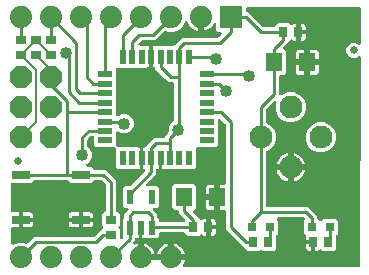
<source format=gbr>
G04 EAGLE Gerber RS-274X export*
G75*
%MOMM*%
%FSLAX34Y34*%
%LPD*%
%INTop Copper*%
%IPPOS*%
%AMOC8*
5,1,8,0,0,1.08239X$1,22.5*%
G01*
%ADD10C,1.930400*%
%ADD11P,2.034460X8X112.500000*%
%ADD12R,0.700000X0.900000*%
%ADD13R,1.400000X1.600000*%
%ADD14R,0.800000X0.800000*%
%ADD15R,0.558800X1.270000*%
%ADD16R,1.270000X0.558800*%
%ADD17R,0.900000X0.700000*%
%ADD18C,1.879600*%
%ADD19R,0.550000X1.200000*%
%ADD20R,1.524000X0.762000*%
%ADD21R,1.879600X1.879600*%
%ADD22C,0.635000*%
%ADD23C,0.254000*%
%ADD24C,0.177800*%
%ADD25C,1.016000*%

G36*
X299134Y4334D02*
X299134Y4334D01*
X299253Y4341D01*
X299292Y4353D01*
X299332Y4359D01*
X299443Y4402D01*
X299555Y4439D01*
X299590Y4461D01*
X299628Y4476D01*
X299724Y4545D01*
X299824Y4609D01*
X299852Y4638D01*
X299885Y4662D01*
X299961Y4754D01*
X300042Y4840D01*
X300062Y4876D01*
X300088Y4907D01*
X300139Y5015D01*
X300196Y5118D01*
X300206Y5158D01*
X300224Y5195D01*
X300246Y5311D01*
X300276Y5426D01*
X300280Y5487D01*
X300284Y5507D01*
X300282Y5528D01*
X300286Y5587D01*
X300440Y181893D01*
X300423Y182032D01*
X300410Y182171D01*
X300403Y182189D01*
X300401Y182209D01*
X300350Y182339D01*
X300302Y182470D01*
X300291Y182487D01*
X300284Y182505D01*
X300202Y182618D01*
X300124Y182733D01*
X300109Y182746D01*
X300097Y182762D01*
X299990Y182851D01*
X299885Y182944D01*
X299868Y182953D01*
X299853Y182965D01*
X299727Y183025D01*
X299602Y183088D01*
X299583Y183093D01*
X299565Y183101D01*
X299428Y183127D01*
X299292Y183158D01*
X299272Y183157D01*
X299253Y183161D01*
X299113Y183153D01*
X298974Y183148D01*
X298955Y183143D01*
X298935Y183142D01*
X298802Y183099D01*
X298668Y183060D01*
X298651Y183050D01*
X298633Y183044D01*
X298515Y182969D01*
X298394Y182898D01*
X298374Y182880D01*
X298364Y182874D01*
X298350Y182859D01*
X298274Y182792D01*
X298165Y182684D01*
X295878Y181736D01*
X293402Y181736D01*
X291115Y182684D01*
X289364Y184435D01*
X288416Y186722D01*
X288416Y189198D01*
X289364Y191485D01*
X291115Y193236D01*
X293402Y194184D01*
X295878Y194184D01*
X298165Y193236D01*
X298284Y193117D01*
X298394Y193033D01*
X298500Y192944D01*
X298519Y192935D01*
X298535Y192922D01*
X298663Y192867D01*
X298788Y192808D01*
X298808Y192804D01*
X298827Y192796D01*
X298964Y192774D01*
X299100Y192748D01*
X299121Y192750D01*
X299141Y192746D01*
X299279Y192759D01*
X299418Y192768D01*
X299437Y192774D01*
X299458Y192776D01*
X299588Y192823D01*
X299720Y192866D01*
X299738Y192877D01*
X299757Y192884D01*
X299872Y192962D01*
X299989Y193035D01*
X300003Y193051D01*
X300020Y193062D01*
X300112Y193166D01*
X300207Y193267D01*
X300217Y193285D01*
X300231Y193301D01*
X300294Y193424D01*
X300361Y193545D01*
X300366Y193565D01*
X300376Y193584D01*
X300406Y193719D01*
X300441Y193853D01*
X300443Y193882D01*
X300445Y193894D01*
X300445Y193915D01*
X300451Y194014D01*
X300476Y223011D01*
X300461Y223130D01*
X300454Y223249D01*
X300442Y223287D01*
X300437Y223326D01*
X300393Y223438D01*
X300356Y223551D01*
X300335Y223585D01*
X300320Y223622D01*
X300250Y223719D01*
X300186Y223820D01*
X300157Y223848D01*
X300133Y223880D01*
X300041Y223956D01*
X299954Y224038D01*
X299919Y224057D01*
X299889Y224083D01*
X299780Y224134D01*
X299676Y224192D01*
X299637Y224202D01*
X299601Y224219D01*
X299484Y224241D01*
X299368Y224271D01*
X299309Y224275D01*
X299289Y224279D01*
X299268Y224277D01*
X299207Y224281D01*
X204216Y224281D01*
X204098Y224266D01*
X203979Y224259D01*
X203941Y224246D01*
X203900Y224241D01*
X203790Y224198D01*
X203677Y224161D01*
X203642Y224139D01*
X203605Y224124D01*
X203509Y224055D01*
X203408Y223991D01*
X203380Y223961D01*
X203347Y223938D01*
X203271Y223846D01*
X203190Y223759D01*
X203170Y223724D01*
X203145Y223693D01*
X203094Y223585D01*
X203036Y223481D01*
X203026Y223441D01*
X203009Y223405D01*
X202987Y223288D01*
X202957Y223173D01*
X202953Y223113D01*
X202949Y223093D01*
X202951Y223072D01*
X202947Y223012D01*
X202947Y221488D01*
X202962Y221370D01*
X202969Y221251D01*
X202982Y221213D01*
X202987Y221172D01*
X203030Y221062D01*
X203067Y220949D01*
X203089Y220914D01*
X203104Y220877D01*
X203173Y220781D01*
X203237Y220680D01*
X203267Y220652D01*
X203290Y220619D01*
X203382Y220543D01*
X203469Y220462D01*
X203504Y220442D01*
X203535Y220417D01*
X203643Y220366D01*
X203747Y220308D01*
X203787Y220298D01*
X203823Y220281D01*
X203940Y220259D01*
X204055Y220229D01*
X204115Y220225D01*
X204135Y220221D01*
X204156Y220223D01*
X204216Y220219D01*
X204989Y220219D01*
X217317Y207890D01*
X217395Y207830D01*
X217468Y207762D01*
X217521Y207733D01*
X217568Y207696D01*
X217659Y207656D01*
X217746Y207608D01*
X217805Y207593D01*
X217860Y207569D01*
X217958Y207554D01*
X218054Y207529D01*
X218154Y207523D01*
X218174Y207519D01*
X218187Y207521D01*
X218215Y207519D01*
X226982Y207519D01*
X227100Y207534D01*
X227219Y207541D01*
X227257Y207554D01*
X227298Y207559D01*
X227408Y207602D01*
X227521Y207639D01*
X227556Y207661D01*
X227593Y207676D01*
X227689Y207745D01*
X227790Y207809D01*
X227818Y207839D01*
X227851Y207862D01*
X227927Y207954D01*
X228008Y208041D01*
X228028Y208076D01*
X228053Y208107D01*
X228104Y208215D01*
X228162Y208319D01*
X228172Y208359D01*
X228189Y208395D01*
X228211Y208512D01*
X228241Y208627D01*
X228245Y208687D01*
X228249Y208707D01*
X228247Y208728D01*
X228251Y208788D01*
X228251Y208963D01*
X230037Y210749D01*
X239563Y210749D01*
X240762Y209550D01*
X240856Y209477D01*
X240945Y209398D01*
X240981Y209380D01*
X241013Y209355D01*
X241122Y209308D01*
X241228Y209253D01*
X241268Y209245D01*
X241305Y209229D01*
X241423Y209210D01*
X241539Y209184D01*
X241579Y209185D01*
X241619Y209179D01*
X241738Y209190D01*
X241856Y209193D01*
X241895Y209205D01*
X241936Y209209D01*
X242048Y209249D01*
X242162Y209282D01*
X242197Y209302D01*
X242235Y209316D01*
X242333Y209383D01*
X242436Y209443D01*
X242481Y209483D01*
X242498Y209495D01*
X242511Y209510D01*
X242557Y209550D01*
X242740Y209733D01*
X243319Y210068D01*
X243966Y210241D01*
X246051Y210241D01*
X246051Y203680D01*
X246066Y203562D01*
X246073Y203443D01*
X246085Y203405D01*
X246091Y203365D01*
X246134Y203254D01*
X246150Y203206D01*
X246140Y203188D01*
X246130Y203149D01*
X246113Y203113D01*
X246091Y202996D01*
X246061Y202880D01*
X246057Y202820D01*
X246053Y202800D01*
X246055Y202780D01*
X246051Y202720D01*
X246051Y196159D01*
X243966Y196159D01*
X243319Y196332D01*
X242740Y196667D01*
X242557Y196850D01*
X242463Y196923D01*
X242373Y197002D01*
X242337Y197020D01*
X242305Y197045D01*
X242196Y197092D01*
X242090Y197147D01*
X242051Y197155D01*
X242014Y197171D01*
X241896Y197190D01*
X241780Y197216D01*
X241740Y197215D01*
X241699Y197221D01*
X241581Y197210D01*
X241462Y197207D01*
X241423Y197195D01*
X241383Y197191D01*
X241271Y197151D01*
X241156Y197118D01*
X241122Y197098D01*
X241084Y197084D01*
X240985Y197017D01*
X240883Y196957D01*
X240837Y196917D01*
X240820Y196905D01*
X240807Y196890D01*
X240762Y196850D01*
X239490Y195579D01*
X239430Y195501D01*
X239362Y195429D01*
X239333Y195376D01*
X239296Y195328D01*
X239256Y195237D01*
X239208Y195150D01*
X239193Y195092D01*
X239169Y195036D01*
X239155Y194948D01*
X235207Y190999D01*
X235134Y190905D01*
X235055Y190816D01*
X235037Y190780D01*
X235012Y190748D01*
X234965Y190639D01*
X234911Y190533D01*
X234902Y190494D01*
X234886Y190456D01*
X234867Y190339D01*
X234841Y190223D01*
X234842Y190182D01*
X234836Y190142D01*
X234847Y190024D01*
X234851Y189905D01*
X234862Y189866D01*
X234866Y189826D01*
X234906Y189713D01*
X234939Y189599D01*
X234960Y189564D01*
X234973Y189526D01*
X235040Y189428D01*
X235101Y189325D01*
X235141Y189280D01*
X235152Y189263D01*
X235167Y189250D01*
X235207Y189204D01*
X237349Y187063D01*
X237349Y168537D01*
X235563Y166751D01*
X232888Y166751D01*
X232770Y166736D01*
X232651Y166729D01*
X232613Y166716D01*
X232572Y166711D01*
X232462Y166668D01*
X232349Y166631D01*
X232314Y166609D01*
X232277Y166594D01*
X232181Y166525D01*
X232080Y166461D01*
X232052Y166431D01*
X232019Y166408D01*
X231943Y166316D01*
X231862Y166229D01*
X231842Y166194D01*
X231817Y166163D01*
X231766Y166055D01*
X231708Y165951D01*
X231698Y165911D01*
X231681Y165875D01*
X231659Y165758D01*
X231629Y165643D01*
X231625Y165583D01*
X231621Y165563D01*
X231623Y165542D01*
X231619Y165482D01*
X231619Y151044D01*
X231636Y150907D01*
X231649Y150768D01*
X231656Y150749D01*
X231659Y150729D01*
X231710Y150600D01*
X231757Y150469D01*
X231768Y150452D01*
X231776Y150433D01*
X231857Y150321D01*
X231935Y150206D01*
X231951Y150192D01*
X231962Y150176D01*
X232070Y150087D01*
X232174Y149995D01*
X232192Y149986D01*
X232207Y149973D01*
X232333Y149914D01*
X232457Y149851D01*
X232477Y149846D01*
X232495Y149838D01*
X232631Y149812D01*
X232767Y149781D01*
X232788Y149782D01*
X232807Y149778D01*
X232946Y149786D01*
X233085Y149791D01*
X233105Y149796D01*
X233125Y149798D01*
X233257Y149840D01*
X233391Y149879D01*
X233408Y149889D01*
X233427Y149896D01*
X233545Y149970D01*
X233665Y150041D01*
X233686Y150059D01*
X233696Y150066D01*
X233710Y150081D01*
X233786Y150147D01*
X234106Y150467D01*
X238774Y152401D01*
X243826Y152401D01*
X248494Y150467D01*
X252067Y146894D01*
X254001Y142226D01*
X254001Y137174D01*
X252067Y132506D01*
X248494Y128933D01*
X243826Y126999D01*
X238774Y126999D01*
X234106Y128933D01*
X230533Y132506D01*
X228599Y137174D01*
X228599Y142226D01*
X229032Y143271D01*
X229050Y143338D01*
X229078Y143402D01*
X229092Y143491D01*
X229116Y143578D01*
X229117Y143647D01*
X229128Y143716D01*
X229120Y143806D01*
X229121Y143896D01*
X229105Y143964D01*
X229098Y144033D01*
X229068Y144118D01*
X229047Y144205D01*
X229014Y144267D01*
X228991Y144332D01*
X228940Y144407D01*
X228898Y144486D01*
X228851Y144538D01*
X228812Y144596D01*
X228745Y144655D01*
X228684Y144721D01*
X228626Y144760D01*
X228574Y144806D01*
X228494Y144847D01*
X228419Y144896D01*
X228352Y144919D01*
X228290Y144951D01*
X228203Y144970D01*
X228118Y144999D01*
X228048Y145005D01*
X227980Y145020D01*
X227890Y145018D01*
X227801Y145025D01*
X227732Y145013D01*
X227662Y145011D01*
X227576Y144986D01*
X227487Y144970D01*
X227424Y144942D01*
X227357Y144922D01*
X227279Y144877D01*
X227197Y144840D01*
X227143Y144796D01*
X227083Y144761D01*
X226962Y144654D01*
X220590Y138283D01*
X220530Y138205D01*
X220462Y138132D01*
X220433Y138079D01*
X220396Y138032D01*
X220356Y137941D01*
X220308Y137854D01*
X220293Y137795D01*
X220269Y137740D01*
X220254Y137642D01*
X220229Y137546D01*
X220223Y137446D01*
X220219Y137426D01*
X220221Y137413D01*
X220219Y137385D01*
X220219Y127106D01*
X220222Y127077D01*
X220220Y127048D01*
X220242Y126919D01*
X220259Y126791D01*
X220269Y126763D01*
X220274Y126734D01*
X220328Y126616D01*
X220376Y126495D01*
X220393Y126471D01*
X220405Y126444D01*
X220486Y126343D01*
X220562Y126238D01*
X220585Y126219D01*
X220604Y126196D01*
X220707Y126118D01*
X220807Y126035D01*
X220834Y126022D01*
X220858Y126005D01*
X221002Y125934D01*
X223094Y125067D01*
X226667Y121494D01*
X228601Y116826D01*
X228601Y111774D01*
X226667Y107106D01*
X223094Y103533D01*
X221002Y102666D01*
X220977Y102652D01*
X220949Y102643D01*
X220839Y102573D01*
X220726Y102509D01*
X220705Y102488D01*
X220680Y102472D01*
X220591Y102378D01*
X220498Y102287D01*
X220482Y102262D01*
X220462Y102241D01*
X220399Y102127D01*
X220331Y102016D01*
X220323Y101988D01*
X220308Y101962D01*
X220276Y101837D01*
X220238Y101712D01*
X220236Y101683D01*
X220229Y101654D01*
X220219Y101494D01*
X220219Y56388D01*
X220234Y56270D01*
X220241Y56151D01*
X220254Y56113D01*
X220259Y56072D01*
X220302Y55962D01*
X220339Y55849D01*
X220361Y55814D01*
X220376Y55777D01*
X220445Y55681D01*
X220509Y55580D01*
X220539Y55552D01*
X220562Y55519D01*
X220654Y55443D01*
X220741Y55362D01*
X220776Y55342D01*
X220807Y55317D01*
X220915Y55266D01*
X221019Y55208D01*
X221059Y55198D01*
X221095Y55181D01*
X221212Y55159D01*
X221327Y55129D01*
X221387Y55125D01*
X221407Y55121D01*
X221428Y55123D01*
X221488Y55119D01*
X255789Y55119D01*
X263519Y47389D01*
X263519Y46418D01*
X263534Y46300D01*
X263541Y46181D01*
X263554Y46143D01*
X263559Y46102D01*
X263602Y45992D01*
X263639Y45879D01*
X263661Y45844D01*
X263676Y45807D01*
X263745Y45711D01*
X263809Y45610D01*
X263839Y45582D01*
X263862Y45549D01*
X263954Y45473D01*
X264041Y45392D01*
X264076Y45372D01*
X264107Y45347D01*
X264215Y45296D01*
X264319Y45238D01*
X264359Y45228D01*
X264395Y45211D01*
X264402Y45210D01*
X265803Y43809D01*
X265897Y43736D01*
X265986Y43657D01*
X266022Y43639D01*
X266054Y43614D01*
X266163Y43567D01*
X266269Y43513D01*
X266308Y43504D01*
X266346Y43488D01*
X266463Y43469D01*
X266579Y43443D01*
X266620Y43444D01*
X266660Y43438D01*
X266778Y43449D01*
X266897Y43453D01*
X266936Y43464D01*
X266976Y43468D01*
X267088Y43508D01*
X267203Y43541D01*
X267238Y43562D01*
X267276Y43575D01*
X267374Y43642D01*
X267477Y43703D01*
X267522Y43742D01*
X267539Y43754D01*
X267552Y43769D01*
X267598Y43809D01*
X268937Y45149D01*
X279463Y45149D01*
X281249Y43363D01*
X281249Y32837D01*
X280120Y31709D01*
X280060Y31631D01*
X279992Y31559D01*
X279963Y31506D01*
X279926Y31458D01*
X279886Y31367D01*
X279838Y31280D01*
X279823Y31221D01*
X279799Y31166D01*
X279784Y31068D01*
X279759Y30972D01*
X279753Y30872D01*
X279749Y30852D01*
X279751Y30839D01*
X279749Y30811D01*
X279749Y19637D01*
X277963Y17851D01*
X268437Y17851D01*
X267238Y19050D01*
X267144Y19123D01*
X267055Y19202D01*
X267019Y19220D01*
X266987Y19245D01*
X266878Y19292D01*
X266772Y19347D01*
X266732Y19355D01*
X266695Y19371D01*
X266577Y19390D01*
X266461Y19416D01*
X266421Y19415D01*
X266381Y19421D01*
X266262Y19410D01*
X266143Y19406D01*
X266105Y19395D01*
X266064Y19391D01*
X265952Y19351D01*
X265838Y19318D01*
X265803Y19298D01*
X265765Y19284D01*
X265667Y19217D01*
X265564Y19157D01*
X265519Y19117D01*
X265502Y19105D01*
X265488Y19090D01*
X265443Y19050D01*
X265260Y18867D01*
X264681Y18532D01*
X264034Y18359D01*
X261949Y18359D01*
X261949Y24920D01*
X261934Y25038D01*
X261927Y25157D01*
X261914Y25195D01*
X261909Y25235D01*
X261866Y25346D01*
X261829Y25459D01*
X261807Y25493D01*
X261792Y25531D01*
X261723Y25627D01*
X261659Y25728D01*
X261629Y25756D01*
X261606Y25788D01*
X261514Y25864D01*
X261427Y25946D01*
X261392Y25965D01*
X261361Y25991D01*
X261253Y26042D01*
X261149Y26099D01*
X261109Y26109D01*
X261073Y26127D01*
X260956Y26149D01*
X260954Y26155D01*
X260949Y26196D01*
X260905Y26306D01*
X260869Y26419D01*
X260847Y26454D01*
X260832Y26491D01*
X260762Y26587D01*
X260699Y26688D01*
X260669Y26716D01*
X260645Y26749D01*
X260554Y26825D01*
X260467Y26906D01*
X260432Y26926D01*
X260400Y26951D01*
X260293Y27002D01*
X260188Y27060D01*
X260149Y27070D01*
X260113Y27087D01*
X259996Y27109D01*
X259880Y27139D01*
X259820Y27143D01*
X259800Y27147D01*
X259780Y27145D01*
X259720Y27149D01*
X254159Y27149D01*
X254159Y30303D01*
X254147Y30402D01*
X254144Y30501D01*
X254127Y30559D01*
X254119Y30619D01*
X254083Y30711D01*
X254055Y30806D01*
X254025Y30858D01*
X254002Y30915D01*
X253944Y30995D01*
X253894Y31080D01*
X253828Y31155D01*
X253816Y31172D01*
X253806Y31180D01*
X253788Y31201D01*
X252151Y32837D01*
X252151Y43363D01*
X252843Y44054D01*
X252916Y44149D01*
X252995Y44238D01*
X253013Y44274D01*
X253038Y44306D01*
X253085Y44415D01*
X253139Y44521D01*
X253148Y44560D01*
X253164Y44598D01*
X253183Y44715D01*
X253209Y44831D01*
X253208Y44872D01*
X253214Y44912D01*
X253203Y45031D01*
X253199Y45149D01*
X253188Y45188D01*
X253184Y45228D01*
X253144Y45341D01*
X253111Y45455D01*
X253090Y45490D01*
X253077Y45528D01*
X253010Y45626D01*
X252949Y45729D01*
X252909Y45774D01*
X252898Y45791D01*
X252883Y45804D01*
X252843Y45850D01*
X252583Y46110D01*
X252505Y46170D01*
X252432Y46238D01*
X252379Y46267D01*
X252332Y46304D01*
X252241Y46344D01*
X252154Y46392D01*
X252095Y46407D01*
X252040Y46431D01*
X251942Y46446D01*
X251846Y46471D01*
X251746Y46477D01*
X251726Y46481D01*
X251713Y46479D01*
X251685Y46481D01*
X230395Y46481D01*
X230257Y46464D01*
X230118Y46451D01*
X230099Y46444D01*
X230079Y46441D01*
X229950Y46390D01*
X229819Y46343D01*
X229802Y46332D01*
X229783Y46324D01*
X229671Y46243D01*
X229556Y46165D01*
X229542Y46149D01*
X229526Y46138D01*
X229437Y46030D01*
X229345Y45926D01*
X229336Y45908D01*
X229323Y45893D01*
X229264Y45767D01*
X229201Y45643D01*
X229196Y45623D01*
X229188Y45605D01*
X229162Y45468D01*
X229131Y45333D01*
X229132Y45312D01*
X229128Y45293D01*
X229136Y45154D01*
X229141Y45015D01*
X229146Y44995D01*
X229148Y44975D01*
X229190Y44843D01*
X229229Y44709D01*
X229239Y44692D01*
X229246Y44673D01*
X229320Y44555D01*
X229391Y44435D01*
X229409Y44414D01*
X229416Y44404D01*
X229431Y44390D01*
X229497Y44315D01*
X230449Y43363D01*
X230449Y32837D01*
X229320Y31709D01*
X229260Y31631D01*
X229192Y31559D01*
X229163Y31505D01*
X229126Y31458D01*
X229086Y31367D01*
X229038Y31280D01*
X229023Y31221D01*
X228999Y31166D01*
X228984Y31068D01*
X228959Y30972D01*
X228953Y30872D01*
X228949Y30852D01*
X228951Y30839D01*
X228949Y30811D01*
X228949Y19637D01*
X227163Y17851D01*
X217637Y17851D01*
X216797Y18691D01*
X216703Y18764D01*
X216614Y18843D01*
X216578Y18861D01*
X216546Y18886D01*
X216437Y18933D01*
X216331Y18987D01*
X216292Y18996D01*
X216254Y19012D01*
X216137Y19031D01*
X216021Y19057D01*
X215980Y19056D01*
X215940Y19062D01*
X215822Y19051D01*
X215703Y19047D01*
X215664Y19036D01*
X215624Y19032D01*
X215512Y18992D01*
X215397Y18959D01*
X215362Y18938D01*
X215324Y18925D01*
X215226Y18858D01*
X215123Y18797D01*
X215078Y18758D01*
X215061Y18746D01*
X215048Y18731D01*
X215002Y18691D01*
X214163Y17851D01*
X204637Y17851D01*
X202851Y19637D01*
X202851Y19812D01*
X202836Y19930D01*
X202829Y20049D01*
X202816Y20087D01*
X202811Y20128D01*
X202768Y20238D01*
X202731Y20351D01*
X202709Y20386D01*
X202694Y20423D01*
X202625Y20519D01*
X202561Y20620D01*
X202531Y20648D01*
X202508Y20681D01*
X202416Y20757D01*
X202329Y20838D01*
X202294Y20858D01*
X202263Y20883D01*
X202155Y20934D01*
X202051Y20992D01*
X202011Y21002D01*
X201975Y21019D01*
X201858Y21041D01*
X201743Y21071D01*
X201683Y21075D01*
X201663Y21079D01*
X201642Y21077D01*
X201582Y21081D01*
X201411Y21081D01*
X186181Y36311D01*
X186181Y51690D01*
X186166Y51808D01*
X186159Y51927D01*
X186146Y51965D01*
X186141Y52006D01*
X186098Y52116D01*
X186061Y52229D01*
X186039Y52264D01*
X186024Y52301D01*
X185955Y52397D01*
X185891Y52498D01*
X185861Y52526D01*
X185838Y52559D01*
X185746Y52635D01*
X185659Y52716D01*
X185624Y52736D01*
X185593Y52761D01*
X185485Y52812D01*
X185381Y52870D01*
X185341Y52880D01*
X185305Y52897D01*
X185188Y52919D01*
X185073Y52949D01*
X185013Y52953D01*
X184993Y52957D01*
X184972Y52955D01*
X184912Y52959D01*
X181639Y52959D01*
X181639Y62230D01*
X181624Y62348D01*
X181617Y62467D01*
X181604Y62505D01*
X181599Y62545D01*
X181555Y62656D01*
X181519Y62769D01*
X181497Y62804D01*
X181482Y62841D01*
X181412Y62937D01*
X181349Y63038D01*
X181319Y63066D01*
X181295Y63098D01*
X181204Y63174D01*
X181117Y63256D01*
X181082Y63275D01*
X181050Y63301D01*
X180943Y63352D01*
X180839Y63409D01*
X180799Y63420D01*
X180763Y63437D01*
X180646Y63459D01*
X180531Y63489D01*
X180470Y63493D01*
X180450Y63497D01*
X180430Y63495D01*
X180370Y63499D01*
X179099Y63499D01*
X179099Y63501D01*
X180370Y63501D01*
X180488Y63516D01*
X180607Y63523D01*
X180645Y63536D01*
X180685Y63541D01*
X180796Y63585D01*
X180909Y63621D01*
X180944Y63643D01*
X180981Y63658D01*
X181077Y63728D01*
X181178Y63791D01*
X181206Y63821D01*
X181238Y63845D01*
X181314Y63936D01*
X181396Y64023D01*
X181415Y64058D01*
X181441Y64090D01*
X181492Y64197D01*
X181549Y64301D01*
X181560Y64341D01*
X181577Y64377D01*
X181599Y64494D01*
X181629Y64609D01*
X181633Y64670D01*
X181637Y64690D01*
X181635Y64710D01*
X181639Y64770D01*
X181639Y74041D01*
X184912Y74041D01*
X185030Y74056D01*
X185149Y74063D01*
X185187Y74076D01*
X185228Y74081D01*
X185338Y74124D01*
X185451Y74161D01*
X185486Y74183D01*
X185523Y74198D01*
X185619Y74267D01*
X185720Y74331D01*
X185748Y74361D01*
X185781Y74384D01*
X185856Y74476D01*
X185938Y74563D01*
X185958Y74598D01*
X185983Y74629D01*
X186034Y74737D01*
X186092Y74841D01*
X186102Y74880D01*
X186119Y74917D01*
X186141Y75034D01*
X186171Y75149D01*
X186175Y75209D01*
X186179Y75229D01*
X186177Y75250D01*
X186181Y75310D01*
X186181Y124685D01*
X186169Y124784D01*
X186166Y124883D01*
X186149Y124941D01*
X186141Y125001D01*
X186105Y125093D01*
X186077Y125188D01*
X186047Y125240D01*
X186024Y125297D01*
X185966Y125377D01*
X185916Y125462D01*
X185850Y125537D01*
X185838Y125554D01*
X185828Y125562D01*
X185810Y125583D01*
X181491Y129901D01*
X181382Y129986D01*
X181275Y130075D01*
X181256Y130083D01*
X181240Y130096D01*
X181112Y130151D01*
X180987Y130210D01*
X180967Y130214D01*
X180948Y130222D01*
X180810Y130244D01*
X180674Y130270D01*
X180654Y130269D01*
X180634Y130272D01*
X180495Y130259D01*
X180357Y130250D01*
X180338Y130244D01*
X180318Y130242D01*
X180186Y130195D01*
X180055Y130152D01*
X180037Y130142D01*
X180018Y130135D01*
X179903Y130057D01*
X179786Y129982D01*
X179772Y129967D01*
X179755Y129956D01*
X179663Y129852D01*
X179568Y129751D01*
X179558Y129733D01*
X179545Y129718D01*
X179481Y129594D01*
X179414Y129472D01*
X179409Y129452D01*
X179400Y129434D01*
X179370Y129299D01*
X179335Y129164D01*
X179333Y129136D01*
X179330Y129124D01*
X179331Y129104D01*
X179325Y129003D01*
X179325Y107643D01*
X177539Y105857D01*
X162112Y105857D01*
X161994Y105842D01*
X161875Y105835D01*
X161837Y105822D01*
X161796Y105817D01*
X161686Y105774D01*
X161573Y105737D01*
X161538Y105715D01*
X161501Y105700D01*
X161405Y105631D01*
X161304Y105567D01*
X161276Y105537D01*
X161243Y105514D01*
X161167Y105422D01*
X161086Y105335D01*
X161066Y105300D01*
X161041Y105269D01*
X160990Y105161D01*
X160932Y105057D01*
X160922Y105017D01*
X160905Y104981D01*
X160883Y104864D01*
X160853Y104749D01*
X160849Y104689D01*
X160845Y104669D01*
X160847Y104648D01*
X160843Y104588D01*
X160843Y89161D01*
X159057Y87375D01*
X134943Y87375D01*
X134807Y87512D01*
X134729Y87572D01*
X134657Y87640D01*
X134604Y87669D01*
X134556Y87706D01*
X134465Y87746D01*
X134378Y87794D01*
X134319Y87809D01*
X134264Y87833D01*
X134166Y87848D01*
X134070Y87873D01*
X133970Y87879D01*
X133950Y87883D01*
X133937Y87881D01*
X133909Y87883D01*
X132396Y87883D01*
X132396Y96647D01*
X132381Y96765D01*
X132374Y96884D01*
X132361Y96922D01*
X132356Y96962D01*
X132313Y97073D01*
X132276Y97186D01*
X132254Y97220D01*
X132239Y97258D01*
X132170Y97354D01*
X132106Y97455D01*
X132076Y97483D01*
X132053Y97515D01*
X131961Y97591D01*
X131874Y97673D01*
X131839Y97692D01*
X131808Y97718D01*
X131700Y97769D01*
X131596Y97826D01*
X131556Y97836D01*
X131520Y97854D01*
X131403Y97876D01*
X131288Y97906D01*
X131228Y97910D01*
X131208Y97913D01*
X131187Y97912D01*
X131127Y97916D01*
X130873Y97916D01*
X130755Y97901D01*
X130636Y97894D01*
X130598Y97881D01*
X130557Y97876D01*
X130447Y97832D01*
X130334Y97796D01*
X130299Y97774D01*
X130262Y97759D01*
X130165Y97689D01*
X130065Y97626D01*
X130037Y97596D01*
X130004Y97572D01*
X129928Y97481D01*
X129847Y97394D01*
X129827Y97359D01*
X129802Y97327D01*
X129751Y97220D01*
X129693Y97115D01*
X129683Y97076D01*
X129666Y97040D01*
X129644Y96923D01*
X129614Y96807D01*
X129610Y96747D01*
X129606Y96727D01*
X129608Y96707D01*
X129604Y96647D01*
X129604Y87883D01*
X128588Y87883D01*
X128470Y87868D01*
X128351Y87861D01*
X128313Y87848D01*
X128272Y87843D01*
X128162Y87800D01*
X128049Y87763D01*
X128014Y87741D01*
X127977Y87726D01*
X127881Y87657D01*
X127780Y87593D01*
X127752Y87563D01*
X127719Y87540D01*
X127643Y87448D01*
X127562Y87361D01*
X127542Y87326D01*
X127517Y87295D01*
X127466Y87187D01*
X127408Y87083D01*
X127398Y87043D01*
X127381Y87007D01*
X127359Y86890D01*
X127329Y86775D01*
X127325Y86715D01*
X127321Y86695D01*
X127323Y86674D01*
X127319Y86614D01*
X127319Y83111D01*
X119224Y75016D01*
X119139Y74907D01*
X119050Y74800D01*
X119042Y74781D01*
X119029Y74765D01*
X118974Y74637D01*
X118915Y74512D01*
X118911Y74492D01*
X118903Y74473D01*
X118881Y74335D01*
X118855Y74199D01*
X118856Y74179D01*
X118853Y74159D01*
X118866Y74020D01*
X118875Y73882D01*
X118881Y73863D01*
X118883Y73843D01*
X118930Y73711D01*
X118973Y73580D01*
X118983Y73562D01*
X118990Y73543D01*
X119068Y73428D01*
X119143Y73311D01*
X119158Y73297D01*
X119169Y73280D01*
X119273Y73188D01*
X119374Y73093D01*
X119392Y73083D01*
X119407Y73070D01*
X119531Y73006D01*
X119653Y72939D01*
X119673Y72934D01*
X119691Y72925D01*
X119826Y72895D01*
X119961Y72860D01*
X119989Y72858D01*
X120001Y72855D01*
X120021Y72856D01*
X120122Y72850D01*
X127813Y72850D01*
X129599Y71064D01*
X129599Y56538D01*
X127813Y54752D01*
X125870Y54752D01*
X125732Y54735D01*
X125593Y54722D01*
X125574Y54715D01*
X125554Y54712D01*
X125425Y54661D01*
X125294Y54614D01*
X125277Y54603D01*
X125258Y54595D01*
X125146Y54514D01*
X125031Y54436D01*
X125017Y54420D01*
X125001Y54409D01*
X124912Y54301D01*
X124820Y54197D01*
X124811Y54179D01*
X124798Y54164D01*
X124739Y54038D01*
X124676Y53914D01*
X124671Y53894D01*
X124663Y53876D01*
X124637Y53740D01*
X124606Y53604D01*
X124607Y53583D01*
X124603Y53564D01*
X124612Y53425D01*
X124616Y53286D01*
X124621Y53266D01*
X124623Y53246D01*
X124665Y53114D01*
X124704Y52980D01*
X124714Y52963D01*
X124721Y52944D01*
X124795Y52826D01*
X124866Y52706D01*
X124884Y52685D01*
X124891Y52675D01*
X124906Y52661D01*
X124972Y52585D01*
X125341Y52217D01*
X128119Y49439D01*
X128119Y47068D01*
X128131Y46969D01*
X128134Y46870D01*
X128151Y46812D01*
X128159Y46752D01*
X128195Y46660D01*
X128223Y46565D01*
X128253Y46513D01*
X128276Y46456D01*
X128334Y46376D01*
X128384Y46291D01*
X128450Y46215D01*
X128462Y46199D01*
X128472Y46191D01*
X128490Y46170D01*
X129599Y45062D01*
X129599Y43688D01*
X129614Y43570D01*
X129621Y43451D01*
X129634Y43413D01*
X129639Y43372D01*
X129682Y43262D01*
X129719Y43149D01*
X129741Y43114D01*
X129756Y43077D01*
X129825Y42981D01*
X129889Y42880D01*
X129919Y42852D01*
X129942Y42819D01*
X130034Y42743D01*
X130121Y42662D01*
X130156Y42642D01*
X130187Y42617D01*
X130295Y42566D01*
X130399Y42508D01*
X130439Y42498D01*
X130475Y42481D01*
X130592Y42459D01*
X130707Y42429D01*
X130767Y42425D01*
X130787Y42421D01*
X130808Y42423D01*
X130868Y42419D01*
X150782Y42419D01*
X150900Y42434D01*
X151019Y42441D01*
X151057Y42454D01*
X151098Y42459D01*
X151208Y42502D01*
X151321Y42539D01*
X151356Y42561D01*
X151393Y42576D01*
X151489Y42645D01*
X151590Y42709D01*
X151618Y42739D01*
X151651Y42762D01*
X151727Y42854D01*
X151808Y42941D01*
X151828Y42976D01*
X151853Y43007D01*
X151904Y43115D01*
X151962Y43219D01*
X151972Y43259D01*
X151989Y43295D01*
X152011Y43412D01*
X152041Y43527D01*
X152045Y43587D01*
X152049Y43607D01*
X152047Y43628D01*
X152051Y43688D01*
X152051Y44068D01*
X152064Y44097D01*
X152083Y44215D01*
X152109Y44331D01*
X152108Y44372D01*
X152114Y44411D01*
X152103Y44530D01*
X152099Y44649D01*
X152088Y44688D01*
X152084Y44728D01*
X152044Y44840D01*
X152011Y44955D01*
X151990Y44989D01*
X151977Y45027D01*
X151910Y45126D01*
X151849Y45229D01*
X151810Y45274D01*
X151798Y45290D01*
X151783Y45304D01*
X151743Y45349D01*
X146781Y50311D01*
X146781Y51182D01*
X146766Y51300D01*
X146759Y51419D01*
X146746Y51457D01*
X146741Y51498D01*
X146698Y51608D01*
X146661Y51721D01*
X146639Y51756D01*
X146624Y51793D01*
X146555Y51889D01*
X146491Y51990D01*
X146461Y52018D01*
X146438Y52051D01*
X146346Y52127D01*
X146259Y52208D01*
X146224Y52228D01*
X146193Y52253D01*
X146085Y52304D01*
X145981Y52362D01*
X145941Y52372D01*
X145905Y52389D01*
X145788Y52411D01*
X145673Y52441D01*
X145613Y52445D01*
X145593Y52449D01*
X145572Y52447D01*
X145512Y52451D01*
X142837Y52451D01*
X141051Y54237D01*
X141051Y72763D01*
X142837Y74549D01*
X159363Y74549D01*
X161149Y72763D01*
X161149Y54237D01*
X159007Y52096D01*
X158934Y52001D01*
X158855Y51912D01*
X158837Y51876D01*
X158812Y51844D01*
X158765Y51735D01*
X158711Y51629D01*
X158702Y51590D01*
X158686Y51552D01*
X158667Y51435D01*
X158641Y51319D01*
X158642Y51278D01*
X158636Y51238D01*
X158647Y51120D01*
X158651Y51001D01*
X158662Y50962D01*
X158666Y50922D01*
X158706Y50809D01*
X158739Y50695D01*
X158760Y50661D01*
X158773Y50622D01*
X158840Y50524D01*
X158901Y50421D01*
X158940Y50376D01*
X158952Y50359D01*
X158967Y50346D01*
X159007Y50301D01*
X162952Y46356D01*
X162959Y46303D01*
X162995Y46211D01*
X163023Y46116D01*
X163053Y46064D01*
X163076Y46007D01*
X163134Y45927D01*
X163184Y45842D01*
X163250Y45767D01*
X163262Y45750D01*
X163272Y45742D01*
X163290Y45721D01*
X164562Y44450D01*
X164656Y44377D01*
X164745Y44298D01*
X164781Y44280D01*
X164813Y44255D01*
X164922Y44208D01*
X165028Y44153D01*
X165068Y44145D01*
X165105Y44129D01*
X165223Y44110D01*
X165339Y44084D01*
X165379Y44085D01*
X165419Y44079D01*
X165538Y44090D01*
X165656Y44093D01*
X165695Y44105D01*
X165736Y44109D01*
X165848Y44149D01*
X165962Y44182D01*
X165997Y44202D01*
X166035Y44216D01*
X166133Y44283D01*
X166236Y44343D01*
X166281Y44383D01*
X166298Y44395D01*
X166311Y44410D01*
X166357Y44450D01*
X166540Y44633D01*
X167119Y44968D01*
X167766Y45141D01*
X169851Y45141D01*
X169851Y38580D01*
X169866Y38462D01*
X169873Y38343D01*
X169885Y38305D01*
X169891Y38265D01*
X169934Y38154D01*
X169950Y38106D01*
X169940Y38088D01*
X169930Y38049D01*
X169913Y38013D01*
X169891Y37896D01*
X169861Y37780D01*
X169857Y37720D01*
X169853Y37700D01*
X169855Y37680D01*
X169851Y37620D01*
X169851Y31059D01*
X167766Y31059D01*
X167119Y31232D01*
X166540Y31567D01*
X166357Y31750D01*
X166263Y31823D01*
X166173Y31902D01*
X166137Y31920D01*
X166105Y31945D01*
X165996Y31992D01*
X165890Y32047D01*
X165851Y32055D01*
X165814Y32071D01*
X165696Y32090D01*
X165580Y32116D01*
X165539Y32115D01*
X165499Y32121D01*
X165381Y32110D01*
X165262Y32107D01*
X165223Y32095D01*
X165183Y32091D01*
X165071Y32051D01*
X164956Y32018D01*
X164922Y31998D01*
X164884Y31984D01*
X164785Y31917D01*
X164683Y31857D01*
X164637Y31817D01*
X164620Y31805D01*
X164607Y31790D01*
X164562Y31750D01*
X163363Y30551D01*
X153837Y30551D01*
X152051Y32337D01*
X152051Y32512D01*
X152036Y32630D01*
X152029Y32749D01*
X152016Y32787D01*
X152011Y32828D01*
X151968Y32938D01*
X151931Y33051D01*
X151909Y33086D01*
X151894Y33123D01*
X151825Y33219D01*
X151761Y33320D01*
X151731Y33348D01*
X151708Y33381D01*
X151616Y33457D01*
X151529Y33538D01*
X151494Y33558D01*
X151463Y33583D01*
X151355Y33634D01*
X151251Y33692D01*
X151211Y33702D01*
X151175Y33719D01*
X151058Y33741D01*
X150943Y33771D01*
X150883Y33775D01*
X150863Y33779D01*
X150842Y33777D01*
X150782Y33781D01*
X130868Y33781D01*
X130750Y33766D01*
X130631Y33759D01*
X130593Y33746D01*
X130552Y33741D01*
X130442Y33698D01*
X130329Y33661D01*
X130294Y33639D01*
X130257Y33624D01*
X130161Y33555D01*
X130060Y33491D01*
X130032Y33461D01*
X129999Y33438D01*
X129923Y33346D01*
X129842Y33259D01*
X129822Y33224D01*
X129797Y33193D01*
X129746Y33085D01*
X129688Y32981D01*
X129678Y32941D01*
X129661Y32905D01*
X129639Y32788D01*
X129609Y32673D01*
X129605Y32613D01*
X129601Y32593D01*
X129603Y32572D01*
X129599Y32512D01*
X129599Y30536D01*
X127813Y28750D01*
X119787Y28750D01*
X119397Y29140D01*
X119313Y29205D01*
X119236Y29277D01*
X119188Y29302D01*
X119146Y29335D01*
X119049Y29377D01*
X118956Y29427D01*
X118903Y29440D01*
X118854Y29462D01*
X118749Y29478D01*
X118647Y29504D01*
X118593Y29503D01*
X118540Y29512D01*
X118434Y29502D01*
X118329Y29501D01*
X118245Y29484D01*
X118223Y29482D01*
X118208Y29477D01*
X118171Y29469D01*
X117384Y29258D01*
X115674Y29258D01*
X115674Y37694D01*
X115659Y37812D01*
X115652Y37931D01*
X115639Y37969D01*
X115634Y38009D01*
X115591Y38120D01*
X115554Y38233D01*
X115532Y38267D01*
X115517Y38305D01*
X115448Y38401D01*
X115384Y38502D01*
X115354Y38530D01*
X115331Y38562D01*
X115239Y38638D01*
X115152Y38720D01*
X115117Y38739D01*
X115086Y38765D01*
X114978Y38816D01*
X114874Y38873D01*
X114834Y38883D01*
X114798Y38901D01*
X114681Y38923D01*
X114566Y38953D01*
X114506Y38957D01*
X114486Y38960D01*
X114465Y38959D01*
X114405Y38963D01*
X114195Y38963D01*
X114077Y38948D01*
X113958Y38941D01*
X113920Y38928D01*
X113879Y38923D01*
X113769Y38879D01*
X113656Y38843D01*
X113621Y38821D01*
X113584Y38806D01*
X113487Y38736D01*
X113387Y38673D01*
X113359Y38643D01*
X113326Y38619D01*
X113250Y38528D01*
X113169Y38441D01*
X113149Y38406D01*
X113124Y38374D01*
X113073Y38267D01*
X113015Y38162D01*
X113005Y38123D01*
X112988Y38087D01*
X112966Y37970D01*
X112936Y37854D01*
X112932Y37794D01*
X112928Y37774D01*
X112930Y37754D01*
X112926Y37694D01*
X112926Y29258D01*
X111216Y29258D01*
X110717Y29392D01*
X110592Y29409D01*
X110468Y29433D01*
X110435Y29431D01*
X110401Y29435D01*
X110276Y29421D01*
X110151Y29413D01*
X110119Y29403D01*
X110086Y29399D01*
X109968Y29354D01*
X109849Y29315D01*
X109820Y29297D01*
X109789Y29285D01*
X109686Y29212D01*
X109580Y29145D01*
X109557Y29120D01*
X109529Y29101D01*
X109448Y29005D01*
X109362Y28913D01*
X109346Y28884D01*
X109324Y28858D01*
X109269Y28745D01*
X109208Y28635D01*
X109200Y28602D01*
X109185Y28572D01*
X109160Y28448D01*
X109129Y28327D01*
X109126Y28278D01*
X109122Y28260D01*
X109123Y28238D01*
X109119Y28166D01*
X109119Y26811D01*
X107951Y25644D01*
X107878Y25549D01*
X107799Y25460D01*
X107781Y25424D01*
X107756Y25392D01*
X107709Y25283D01*
X107655Y25176D01*
X107646Y25137D01*
X107630Y25100D01*
X107611Y24982D01*
X107585Y24866D01*
X107586Y24826D01*
X107580Y24786D01*
X107591Y24667D01*
X107595Y24548D01*
X107606Y24510D01*
X107610Y24470D01*
X107650Y24357D01*
X107684Y24243D01*
X107704Y24208D01*
X107717Y24170D01*
X107784Y24072D01*
X107845Y23969D01*
X107874Y23940D01*
X107896Y23907D01*
X107986Y23828D01*
X108070Y23744D01*
X108104Y23723D01*
X108134Y23697D01*
X108241Y23642D01*
X108344Y23582D01*
X108382Y23571D01*
X108418Y23552D01*
X108534Y23526D01*
X108649Y23493D01*
X108689Y23491D01*
X108728Y23483D01*
X108847Y23486D01*
X108967Y23482D01*
X109006Y23491D01*
X109046Y23492D01*
X109161Y23525D01*
X109277Y23551D01*
X109332Y23575D01*
X109351Y23581D01*
X109369Y23591D01*
X109425Y23615D01*
X109717Y23764D01*
X111504Y24345D01*
X111761Y24385D01*
X111761Y13970D01*
X111776Y13852D01*
X111783Y13733D01*
X111796Y13695D01*
X111801Y13655D01*
X111844Y13544D01*
X111881Y13431D01*
X111903Y13397D01*
X111918Y13359D01*
X111988Y13263D01*
X112051Y13162D01*
X112081Y13134D01*
X112104Y13102D01*
X112196Y13026D01*
X112283Y12944D01*
X112318Y12925D01*
X112349Y12899D01*
X112457Y12848D01*
X112561Y12791D01*
X112601Y12780D01*
X112637Y12763D01*
X112754Y12741D01*
X112869Y12711D01*
X112930Y12707D01*
X112950Y12703D01*
X112970Y12705D01*
X113030Y12701D01*
X114301Y12701D01*
X114301Y11430D01*
X114316Y11312D01*
X114323Y11193D01*
X114336Y11155D01*
X114341Y11114D01*
X114385Y11004D01*
X114421Y10891D01*
X114443Y10856D01*
X114458Y10819D01*
X114528Y10723D01*
X114591Y10622D01*
X114621Y10594D01*
X114645Y10561D01*
X114736Y10486D01*
X114823Y10404D01*
X114858Y10384D01*
X114890Y10359D01*
X114997Y10308D01*
X115102Y10250D01*
X115141Y10240D01*
X115177Y10223D01*
X115294Y10201D01*
X115409Y10171D01*
X115470Y10167D01*
X115490Y10163D01*
X115510Y10165D01*
X115570Y10161D01*
X138430Y10161D01*
X138548Y10176D01*
X138667Y10183D01*
X138705Y10196D01*
X138745Y10201D01*
X138856Y10244D01*
X138969Y10281D01*
X139003Y10303D01*
X139041Y10318D01*
X139137Y10388D01*
X139238Y10451D01*
X139266Y10481D01*
X139298Y10504D01*
X139374Y10596D01*
X139456Y10683D01*
X139475Y10718D01*
X139501Y10749D01*
X139552Y10857D01*
X139609Y10961D01*
X139620Y11001D01*
X139637Y11037D01*
X139659Y11154D01*
X139689Y11269D01*
X139693Y11330D01*
X139697Y11350D01*
X139695Y11370D01*
X139699Y11430D01*
X139699Y12701D01*
X139701Y12701D01*
X139701Y11430D01*
X139716Y11312D01*
X139723Y11193D01*
X139736Y11155D01*
X139741Y11114D01*
X139785Y11004D01*
X139821Y10891D01*
X139843Y10856D01*
X139858Y10819D01*
X139928Y10723D01*
X139991Y10622D01*
X140021Y10594D01*
X140045Y10561D01*
X140136Y10486D01*
X140223Y10404D01*
X140258Y10384D01*
X140290Y10359D01*
X140397Y10308D01*
X140502Y10250D01*
X140541Y10240D01*
X140577Y10223D01*
X140694Y10201D01*
X140809Y10171D01*
X140870Y10167D01*
X140890Y10163D01*
X140910Y10165D01*
X140970Y10161D01*
X151385Y10161D01*
X151345Y9904D01*
X150764Y8117D01*
X149911Y6443D01*
X149832Y6334D01*
X149813Y6299D01*
X149787Y6269D01*
X149736Y6160D01*
X149679Y6056D01*
X149669Y6017D01*
X149652Y5981D01*
X149629Y5864D01*
X149600Y5747D01*
X149600Y5708D01*
X149592Y5668D01*
X149600Y5549D01*
X149599Y5429D01*
X149609Y5391D01*
X149612Y5351D01*
X149649Y5237D01*
X149678Y5121D01*
X149698Y5086D01*
X149710Y5049D01*
X149774Y4948D01*
X149831Y4843D01*
X149859Y4814D01*
X149880Y4780D01*
X149967Y4698D01*
X150049Y4611D01*
X150083Y4589D01*
X150112Y4562D01*
X150216Y4504D01*
X150317Y4440D01*
X150355Y4428D01*
X150390Y4408D01*
X150506Y4379D01*
X150620Y4341D01*
X150660Y4339D01*
X150698Y4329D01*
X150859Y4319D01*
X299017Y4319D01*
X299134Y4334D01*
G37*
G36*
X97776Y28163D02*
X97776Y28163D01*
X97915Y28167D01*
X97935Y28172D01*
X97955Y28174D01*
X98087Y28216D01*
X98221Y28255D01*
X98238Y28265D01*
X98257Y28272D01*
X98375Y28346D01*
X98495Y28417D01*
X98516Y28435D01*
X98526Y28442D01*
X98540Y28457D01*
X98615Y28523D01*
X98917Y28825D01*
X98990Y28919D01*
X99069Y29008D01*
X99088Y29044D01*
X99112Y29076D01*
X99160Y29186D01*
X99214Y29292D01*
X99223Y29331D01*
X99239Y29368D01*
X99257Y29486D01*
X99283Y29602D01*
X99282Y29642D01*
X99289Y29682D01*
X99277Y29801D01*
X99274Y29920D01*
X99263Y29959D01*
X99259Y29999D01*
X99218Y30111D01*
X99185Y30225D01*
X99165Y30260D01*
X99151Y30298D01*
X99084Y30397D01*
X99024Y30499D01*
X99001Y30525D01*
X99001Y45062D01*
X100110Y46170D01*
X100170Y46248D01*
X100238Y46320D01*
X100267Y46373D01*
X100304Y46421D01*
X100344Y46512D01*
X100392Y46599D01*
X100407Y46658D01*
X100431Y46713D01*
X100446Y46811D01*
X100471Y46907D01*
X100477Y47007D01*
X100481Y47027D01*
X100479Y47040D01*
X100481Y47068D01*
X100481Y49439D01*
X103259Y52217D01*
X103628Y52585D01*
X103713Y52695D01*
X103802Y52802D01*
X103810Y52821D01*
X103823Y52837D01*
X103878Y52964D01*
X103937Y53090D01*
X103941Y53110D01*
X103949Y53129D01*
X103971Y53266D01*
X103997Y53403D01*
X103996Y53423D01*
X103999Y53443D01*
X103986Y53581D01*
X103977Y53720D01*
X103971Y53739D01*
X103969Y53759D01*
X103922Y53891D01*
X103879Y54022D01*
X103869Y54039D01*
X103862Y54059D01*
X103783Y54174D01*
X103709Y54291D01*
X103694Y54305D01*
X103683Y54322D01*
X103579Y54414D01*
X103478Y54509D01*
X103460Y54519D01*
X103445Y54532D01*
X103321Y54596D01*
X103199Y54663D01*
X103180Y54668D01*
X103161Y54677D01*
X103025Y54707D01*
X102891Y54742D01*
X102863Y54744D01*
X102851Y54747D01*
X102831Y54746D01*
X102730Y54752D01*
X100787Y54752D01*
X99001Y56538D01*
X99001Y71064D01*
X100787Y72850D01*
X104316Y72850D01*
X104415Y72862D01*
X104514Y72865D01*
X104572Y72882D01*
X104632Y72890D01*
X104724Y72926D01*
X104819Y72954D01*
X104871Y72984D01*
X104928Y73007D01*
X105008Y73065D01*
X105093Y73115D01*
X105168Y73181D01*
X105185Y73193D01*
X105190Y73199D01*
X105193Y73202D01*
X105198Y73208D01*
X105214Y73221D01*
X117709Y85717D01*
X117794Y85826D01*
X117883Y85933D01*
X117891Y85952D01*
X117904Y85968D01*
X117959Y86096D01*
X118018Y86221D01*
X118022Y86241D01*
X118030Y86260D01*
X118052Y86398D01*
X118078Y86534D01*
X118077Y86554D01*
X118080Y86574D01*
X118067Y86713D01*
X118058Y86851D01*
X118052Y86870D01*
X118050Y86890D01*
X118003Y87022D01*
X117960Y87153D01*
X117950Y87171D01*
X117943Y87190D01*
X117865Y87305D01*
X117790Y87422D01*
X117775Y87436D01*
X117764Y87453D01*
X117660Y87545D01*
X117559Y87640D01*
X117541Y87650D01*
X117526Y87663D01*
X117402Y87726D01*
X117280Y87794D01*
X117260Y87799D01*
X117242Y87808D01*
X117107Y87838D01*
X116972Y87873D01*
X116944Y87875D01*
X116932Y87878D01*
X116912Y87877D01*
X116811Y87883D01*
X116396Y87883D01*
X116396Y96647D01*
X116385Y96736D01*
X116386Y96741D01*
X116390Y96801D01*
X116394Y96821D01*
X116392Y96841D01*
X116396Y96901D01*
X116396Y105665D01*
X117412Y105665D01*
X117530Y105680D01*
X117649Y105687D01*
X117687Y105700D01*
X117728Y105705D01*
X117838Y105748D01*
X117951Y105785D01*
X117986Y105807D01*
X118023Y105822D01*
X118119Y105891D01*
X118220Y105955D01*
X118248Y105985D01*
X118281Y106008D01*
X118357Y106100D01*
X118438Y106187D01*
X118458Y106222D01*
X118483Y106253D01*
X118534Y106361D01*
X118592Y106465D01*
X118602Y106505D01*
X118619Y106541D01*
X118641Y106658D01*
X118671Y106773D01*
X118675Y106833D01*
X118679Y106853D01*
X118677Y106874D01*
X118681Y106934D01*
X118681Y107009D01*
X122310Y110637D01*
X125211Y113539D01*
X133412Y113539D01*
X133530Y113554D01*
X133649Y113561D01*
X133687Y113574D01*
X133728Y113579D01*
X133838Y113622D01*
X133951Y113659D01*
X133986Y113681D01*
X134023Y113696D01*
X134119Y113765D01*
X134220Y113829D01*
X134248Y113859D01*
X134281Y113882D01*
X134357Y113974D01*
X134438Y114061D01*
X134458Y114096D01*
X134483Y114127D01*
X134534Y114235D01*
X134592Y114339D01*
X134602Y114379D01*
X134619Y114415D01*
X134641Y114532D01*
X134671Y114647D01*
X134675Y114707D01*
X134679Y114727D01*
X134677Y114748D01*
X134681Y114808D01*
X134681Y115389D01*
X137550Y118257D01*
X137610Y118335D01*
X137678Y118407D01*
X137707Y118460D01*
X137744Y118508D01*
X137784Y118599D01*
X137832Y118686D01*
X137847Y118745D01*
X137871Y118800D01*
X137886Y118898D01*
X137911Y118994D01*
X137917Y119094D01*
X137921Y119114D01*
X137919Y119127D01*
X137921Y119155D01*
X137921Y122267D01*
X139159Y125255D01*
X141445Y127541D01*
X141898Y127729D01*
X141923Y127743D01*
X141951Y127752D01*
X142061Y127822D01*
X142174Y127886D01*
X142195Y127907D01*
X142220Y127922D01*
X142309Y128017D01*
X142402Y128107D01*
X142418Y128133D01*
X142438Y128154D01*
X142501Y128268D01*
X142569Y128379D01*
X142577Y128407D01*
X142592Y128433D01*
X142624Y128558D01*
X142662Y128682D01*
X142664Y128712D01*
X142671Y128741D01*
X142681Y128901D01*
X142681Y159512D01*
X142666Y159630D01*
X142659Y159749D01*
X142646Y159787D01*
X142641Y159828D01*
X142598Y159938D01*
X142561Y160051D01*
X142539Y160086D01*
X142524Y160123D01*
X142455Y160219D01*
X142391Y160320D01*
X142361Y160348D01*
X142338Y160381D01*
X142246Y160457D01*
X142159Y160538D01*
X142124Y160558D01*
X142093Y160583D01*
X141985Y160634D01*
X141881Y160692D01*
X141841Y160702D01*
X141805Y160719D01*
X141688Y160741D01*
X141573Y160771D01*
X141513Y160775D01*
X141493Y160779D01*
X141472Y160777D01*
X141412Y160781D01*
X137911Y160781D01*
X135010Y163683D01*
X126681Y172011D01*
X126681Y172466D01*
X126666Y172584D01*
X126659Y172703D01*
X126646Y172741D01*
X126641Y172782D01*
X126598Y172892D01*
X126561Y173005D01*
X126539Y173040D01*
X126524Y173077D01*
X126455Y173173D01*
X126391Y173274D01*
X126361Y173302D01*
X126338Y173335D01*
X126246Y173411D01*
X126159Y173492D01*
X126124Y173512D01*
X126093Y173537D01*
X125985Y173588D01*
X125881Y173646D01*
X125841Y173656D01*
X125805Y173673D01*
X125688Y173695D01*
X125573Y173725D01*
X125513Y173729D01*
X125493Y173733D01*
X125472Y173731D01*
X125412Y173735D01*
X124396Y173735D01*
X124396Y182499D01*
X124385Y182588D01*
X124386Y182593D01*
X124390Y182653D01*
X124394Y182673D01*
X124392Y182693D01*
X124396Y182753D01*
X124396Y191517D01*
X125909Y191517D01*
X126008Y191529D01*
X126107Y191532D01*
X126165Y191549D01*
X126225Y191557D01*
X126317Y191593D01*
X126412Y191621D01*
X126464Y191651D01*
X126521Y191674D01*
X126601Y191732D01*
X126686Y191782D01*
X126761Y191848D01*
X126778Y191860D01*
X126786Y191870D01*
X126807Y191889D01*
X126943Y192025D01*
X142211Y192025D01*
X142310Y192037D01*
X142409Y192040D01*
X142467Y192057D01*
X142527Y192065D01*
X142619Y192101D01*
X142714Y192129D01*
X142766Y192159D01*
X142823Y192182D01*
X142903Y192240D01*
X142988Y192290D01*
X143063Y192356D01*
X143080Y192368D01*
X143088Y192378D01*
X143109Y192396D01*
X149341Y198629D01*
X179295Y198629D01*
X179394Y198641D01*
X179493Y198644D01*
X179551Y198661D01*
X179611Y198669D01*
X179703Y198705D01*
X179798Y198733D01*
X179850Y198763D01*
X179907Y198786D01*
X179987Y198844D01*
X180072Y198894D01*
X180147Y198960D01*
X180164Y198972D01*
X180172Y198982D01*
X180193Y199000D01*
X182479Y201287D01*
X182564Y201396D01*
X182653Y201503D01*
X182661Y201522D01*
X182674Y201538D01*
X182729Y201666D01*
X182788Y201791D01*
X182792Y201811D01*
X182800Y201830D01*
X182822Y201968D01*
X182848Y202104D01*
X182847Y202124D01*
X182850Y202144D01*
X182837Y202283D01*
X182828Y202421D01*
X182822Y202440D01*
X182820Y202460D01*
X182773Y202592D01*
X182730Y202723D01*
X182720Y202741D01*
X182713Y202760D01*
X182635Y202875D01*
X182560Y202992D01*
X182545Y203006D01*
X182534Y203023D01*
X182430Y203115D01*
X182329Y203210D01*
X182311Y203220D01*
X182296Y203233D01*
X182172Y203297D01*
X182050Y203364D01*
X182030Y203369D01*
X182012Y203378D01*
X181877Y203408D01*
X181742Y203443D01*
X181714Y203445D01*
X181702Y203448D01*
X181682Y203447D01*
X181581Y203453D01*
X179839Y203453D01*
X178053Y205239D01*
X178053Y209738D01*
X178051Y209758D01*
X178053Y209778D01*
X178031Y209915D01*
X178013Y210054D01*
X178006Y210072D01*
X178003Y210092D01*
X177948Y210220D01*
X177896Y210349D01*
X177885Y210365D01*
X177877Y210384D01*
X177791Y210494D01*
X177710Y210607D01*
X177694Y210619D01*
X177682Y210635D01*
X177572Y210721D01*
X177465Y210809D01*
X177447Y210818D01*
X177431Y210830D01*
X177303Y210886D01*
X177177Y210945D01*
X177157Y210949D01*
X177139Y210957D01*
X177001Y210979D01*
X176865Y211005D01*
X176845Y211004D01*
X176825Y211007D01*
X176686Y210994D01*
X176547Y210985D01*
X176528Y210979D01*
X176508Y210977D01*
X176377Y210930D01*
X176245Y210887D01*
X176228Y210876D01*
X176209Y210870D01*
X176094Y210792D01*
X175976Y210717D01*
X175962Y210702D01*
X175946Y210691D01*
X175854Y210587D01*
X175758Y210485D01*
X175748Y210468D01*
X175735Y210453D01*
X175653Y210314D01*
X175311Y209643D01*
X174206Y208122D01*
X172878Y206794D01*
X171357Y205689D01*
X169683Y204836D01*
X167896Y204255D01*
X167639Y204215D01*
X167639Y214630D01*
X167624Y214748D01*
X167617Y214867D01*
X167604Y214905D01*
X167599Y214945D01*
X167556Y215056D01*
X167519Y215169D01*
X167497Y215203D01*
X167482Y215241D01*
X167412Y215337D01*
X167349Y215438D01*
X167319Y215466D01*
X167295Y215498D01*
X167204Y215574D01*
X167117Y215656D01*
X167082Y215675D01*
X167051Y215701D01*
X166943Y215752D01*
X166839Y215809D01*
X166799Y215820D01*
X166763Y215837D01*
X166646Y215859D01*
X166531Y215889D01*
X166470Y215893D01*
X166450Y215897D01*
X166430Y215895D01*
X166370Y215899D01*
X163830Y215899D01*
X163712Y215884D01*
X163593Y215877D01*
X163555Y215864D01*
X163514Y215859D01*
X163404Y215815D01*
X163291Y215779D01*
X163256Y215757D01*
X163219Y215742D01*
X163123Y215672D01*
X163022Y215609D01*
X162994Y215579D01*
X162961Y215555D01*
X162886Y215464D01*
X162804Y215377D01*
X162784Y215342D01*
X162759Y215310D01*
X162708Y215203D01*
X162650Y215098D01*
X162640Y215059D01*
X162623Y215023D01*
X162601Y214906D01*
X162571Y214791D01*
X162567Y214730D01*
X162563Y214710D01*
X162565Y214690D01*
X162561Y214630D01*
X162561Y204215D01*
X162304Y204255D01*
X160517Y204836D01*
X158843Y205689D01*
X157322Y206794D01*
X155994Y208122D01*
X154889Y209643D01*
X154036Y211317D01*
X153885Y211782D01*
X153872Y211809D01*
X153865Y211838D01*
X153805Y211953D01*
X153750Y212070D01*
X153731Y212093D01*
X153717Y212119D01*
X153629Y212215D01*
X153547Y212315D01*
X153523Y212332D01*
X153503Y212354D01*
X153394Y212425D01*
X153290Y212502D01*
X153262Y212513D01*
X153237Y212529D01*
X153115Y212571D01*
X152994Y212619D01*
X152964Y212623D01*
X152936Y212632D01*
X152807Y212643D01*
X152678Y212659D01*
X152649Y212655D01*
X152619Y212658D01*
X152491Y212635D01*
X152363Y212619D01*
X152335Y212608D01*
X152306Y212603D01*
X152188Y212550D01*
X152067Y212502D01*
X152043Y212485D01*
X152016Y212473D01*
X151915Y212392D01*
X151810Y212316D01*
X151791Y212293D01*
X151767Y212274D01*
X151690Y212171D01*
X151607Y212071D01*
X151594Y212044D01*
X151576Y212020D01*
X151505Y211875D01*
X150252Y208850D01*
X146750Y205348D01*
X142176Y203453D01*
X137224Y203453D01*
X135276Y204260D01*
X135247Y204268D01*
X135221Y204281D01*
X135095Y204310D01*
X134969Y204344D01*
X134940Y204345D01*
X134911Y204351D01*
X134781Y204347D01*
X134651Y204349D01*
X134623Y204342D01*
X134593Y204341D01*
X134468Y204305D01*
X134342Y204275D01*
X134316Y204261D01*
X134288Y204253D01*
X134176Y204187D01*
X134061Y204126D01*
X134039Y204106D01*
X134014Y204092D01*
X133893Y203985D01*
X126249Y196341D01*
X115345Y196341D01*
X115246Y196329D01*
X115147Y196326D01*
X115089Y196309D01*
X115029Y196301D01*
X114937Y196265D01*
X114842Y196237D01*
X114790Y196207D01*
X114733Y196184D01*
X114653Y196126D01*
X114568Y196076D01*
X114493Y196010D01*
X114476Y195998D01*
X114468Y195988D01*
X114447Y195970D01*
X112669Y194191D01*
X112584Y194082D01*
X112495Y193975D01*
X112487Y193956D01*
X112474Y193940D01*
X112419Y193812D01*
X112360Y193687D01*
X112356Y193667D01*
X112348Y193648D01*
X112326Y193510D01*
X112300Y193374D01*
X112301Y193354D01*
X112298Y193334D01*
X112311Y193195D01*
X112320Y193057D01*
X112326Y193038D01*
X112328Y193018D01*
X112375Y192886D01*
X112418Y192755D01*
X112428Y192737D01*
X112435Y192718D01*
X112513Y192603D01*
X112588Y192486D01*
X112603Y192472D01*
X112614Y192455D01*
X112718Y192363D01*
X112819Y192268D01*
X112837Y192258D01*
X112852Y192245D01*
X112976Y192181D01*
X113098Y192114D01*
X113118Y192109D01*
X113136Y192100D01*
X113271Y192070D01*
X113406Y192035D01*
X113434Y192033D01*
X113446Y192030D01*
X113466Y192031D01*
X113567Y192025D01*
X119057Y192025D01*
X119193Y191888D01*
X119271Y191828D01*
X119343Y191760D01*
X119396Y191731D01*
X119444Y191694D01*
X119535Y191654D01*
X119622Y191606D01*
X119681Y191591D01*
X119736Y191567D01*
X119834Y191552D01*
X119930Y191527D01*
X120030Y191521D01*
X120050Y191517D01*
X120063Y191519D01*
X120091Y191517D01*
X121604Y191517D01*
X121604Y182753D01*
X121615Y182664D01*
X121614Y182659D01*
X121610Y182599D01*
X121606Y182579D01*
X121608Y182559D01*
X121604Y182499D01*
X121604Y173735D01*
X120091Y173735D01*
X119992Y173723D01*
X119893Y173720D01*
X119835Y173703D01*
X119775Y173695D01*
X119683Y173659D01*
X119588Y173631D01*
X119536Y173601D01*
X119479Y173578D01*
X119399Y173520D01*
X119314Y173470D01*
X119239Y173404D01*
X119222Y173392D01*
X119214Y173382D01*
X119193Y173363D01*
X119057Y173227D01*
X94742Y173227D01*
X94624Y173212D01*
X94505Y173205D01*
X94467Y173192D01*
X94426Y173187D01*
X94316Y173144D01*
X94203Y173107D01*
X94168Y173085D01*
X94131Y173070D01*
X94035Y173001D01*
X93934Y172937D01*
X93906Y172907D01*
X93873Y172884D01*
X93797Y172792D01*
X93716Y172705D01*
X93696Y172670D01*
X93671Y172639D01*
X93620Y172531D01*
X93562Y172427D01*
X93552Y172387D01*
X93535Y172351D01*
X93513Y172234D01*
X93483Y172119D01*
X93479Y172059D01*
X93475Y172039D01*
X93477Y172018D01*
X93473Y171958D01*
X93473Y133433D01*
X93490Y133295D01*
X93503Y133156D01*
X93510Y133137D01*
X93513Y133117D01*
X93564Y132988D01*
X93611Y132857D01*
X93622Y132840D01*
X93630Y132822D01*
X93711Y132709D01*
X93789Y132594D01*
X93805Y132581D01*
X93816Y132564D01*
X93924Y132475D01*
X94028Y132383D01*
X94046Y132374D01*
X94061Y132361D01*
X94187Y132302D01*
X94311Y132239D01*
X94331Y132234D01*
X94349Y132226D01*
X94486Y132200D01*
X94621Y132169D01*
X94642Y132170D01*
X94661Y132166D01*
X94800Y132175D01*
X94939Y132179D01*
X94959Y132185D01*
X94979Y132186D01*
X95111Y132229D01*
X95245Y132267D01*
X95262Y132278D01*
X95281Y132284D01*
X95399Y132358D01*
X95519Y132429D01*
X95540Y132447D01*
X95550Y132454D01*
X95564Y132469D01*
X95640Y132535D01*
X95725Y132621D01*
X98713Y133859D01*
X101947Y133859D01*
X104935Y132621D01*
X107221Y130335D01*
X108459Y127347D01*
X108459Y124113D01*
X107221Y121125D01*
X104935Y118839D01*
X101947Y117601D01*
X98713Y117601D01*
X95725Y118839D01*
X95640Y118925D01*
X95530Y119010D01*
X95423Y119099D01*
X95404Y119107D01*
X95388Y119120D01*
X95261Y119175D01*
X95135Y119234D01*
X95115Y119238D01*
X95096Y119246D01*
X94959Y119268D01*
X94822Y119294D01*
X94802Y119293D01*
X94782Y119296D01*
X94644Y119283D01*
X94505Y119274D01*
X94486Y119268D01*
X94466Y119266D01*
X94335Y119219D01*
X94203Y119176D01*
X94185Y119165D01*
X94166Y119159D01*
X94051Y119080D01*
X93934Y119006D01*
X93920Y118991D01*
X93903Y118980D01*
X93811Y118876D01*
X93716Y118774D01*
X93706Y118757D01*
X93693Y118742D01*
X93630Y118618D01*
X93562Y118496D01*
X93557Y118476D01*
X93548Y118458D01*
X93518Y118323D01*
X93483Y118188D01*
X93481Y118160D01*
X93478Y118148D01*
X93479Y118127D01*
X93473Y118027D01*
X93473Y107442D01*
X93488Y107324D01*
X93495Y107205D01*
X93508Y107167D01*
X93513Y107126D01*
X93556Y107016D01*
X93593Y106903D01*
X93615Y106868D01*
X93630Y106831D01*
X93699Y106735D01*
X93763Y106634D01*
X93793Y106606D01*
X93816Y106573D01*
X93908Y106497D01*
X93995Y106416D01*
X94030Y106396D01*
X94061Y106371D01*
X94169Y106320D01*
X94273Y106262D01*
X94313Y106252D01*
X94349Y106235D01*
X94466Y106213D01*
X94581Y106183D01*
X94641Y106179D01*
X94661Y106175D01*
X94682Y106177D01*
X94742Y106173D01*
X111057Y106173D01*
X111193Y106036D01*
X111271Y105976D01*
X111343Y105908D01*
X111396Y105879D01*
X111444Y105842D01*
X111535Y105802D01*
X111622Y105754D01*
X111681Y105739D01*
X111736Y105715D01*
X111834Y105700D01*
X111930Y105675D01*
X112030Y105669D01*
X112050Y105665D01*
X112063Y105667D01*
X112091Y105665D01*
X113604Y105665D01*
X113604Y96901D01*
X113615Y96812D01*
X113614Y96807D01*
X113610Y96747D01*
X113606Y96727D01*
X113608Y96707D01*
X113604Y96647D01*
X113604Y87883D01*
X112091Y87883D01*
X111992Y87871D01*
X111893Y87868D01*
X111835Y87851D01*
X111775Y87843D01*
X111683Y87807D01*
X111588Y87779D01*
X111536Y87749D01*
X111479Y87726D01*
X111399Y87668D01*
X111314Y87618D01*
X111239Y87552D01*
X111222Y87540D01*
X111214Y87530D01*
X111193Y87511D01*
X111057Y87375D01*
X94943Y87375D01*
X93157Y89161D01*
X93157Y104588D01*
X93142Y104706D01*
X93135Y104825D01*
X93122Y104863D01*
X93117Y104904D01*
X93074Y105014D01*
X93037Y105127D01*
X93015Y105162D01*
X93000Y105199D01*
X92931Y105295D01*
X92867Y105396D01*
X92837Y105424D01*
X92814Y105457D01*
X92722Y105533D01*
X92635Y105614D01*
X92600Y105634D01*
X92569Y105659D01*
X92461Y105710D01*
X92357Y105768D01*
X92317Y105778D01*
X92281Y105795D01*
X92164Y105817D01*
X92049Y105847D01*
X91989Y105851D01*
X91969Y105855D01*
X91948Y105853D01*
X91888Y105857D01*
X76461Y105857D01*
X74675Y107643D01*
X74675Y114112D01*
X74660Y114230D01*
X74653Y114349D01*
X74640Y114387D01*
X74635Y114428D01*
X74592Y114538D01*
X74555Y114651D01*
X74533Y114686D01*
X74518Y114723D01*
X74449Y114819D01*
X74385Y114920D01*
X74355Y114948D01*
X74332Y114981D01*
X74240Y115057D01*
X74153Y115138D01*
X74118Y115158D01*
X74087Y115183D01*
X73979Y115234D01*
X73875Y115292D01*
X73835Y115302D01*
X73799Y115319D01*
X73682Y115341D01*
X73567Y115371D01*
X73507Y115375D01*
X73487Y115379D01*
X73466Y115377D01*
X73406Y115381D01*
X72485Y115381D01*
X72386Y115369D01*
X72287Y115366D01*
X72229Y115349D01*
X72169Y115341D01*
X72077Y115305D01*
X71982Y115277D01*
X71930Y115247D01*
X71873Y115224D01*
X71793Y115166D01*
X71708Y115116D01*
X71633Y115050D01*
X71616Y115038D01*
X71608Y115028D01*
X71587Y115010D01*
X69460Y112883D01*
X69400Y112805D01*
X69332Y112733D01*
X69303Y112680D01*
X69266Y112632D01*
X69226Y112541D01*
X69178Y112454D01*
X69163Y112395D01*
X69139Y112340D01*
X69124Y112242D01*
X69099Y112146D01*
X69093Y112046D01*
X69089Y112026D01*
X69091Y112013D01*
X69089Y111985D01*
X69089Y106763D01*
X69101Y106665D01*
X69104Y106566D01*
X69121Y106507D01*
X69129Y106447D01*
X69165Y106355D01*
X69193Y106260D01*
X69223Y106208D01*
X69246Y106152D01*
X69304Y106072D01*
X69354Y105986D01*
X69420Y105911D01*
X69432Y105894D01*
X69442Y105886D01*
X69460Y105865D01*
X71661Y103665D01*
X72899Y100677D01*
X72899Y97443D01*
X71661Y94455D01*
X69375Y92169D01*
X68606Y91851D01*
X68546Y91816D01*
X68481Y91790D01*
X68408Y91738D01*
X68330Y91693D01*
X68280Y91645D01*
X68224Y91604D01*
X68166Y91534D01*
X68102Y91472D01*
X68065Y91412D01*
X68021Y91359D01*
X67982Y91277D01*
X67935Y91201D01*
X67915Y91134D01*
X67885Y91071D01*
X67868Y90983D01*
X67842Y90897D01*
X67839Y90827D01*
X67825Y90758D01*
X67831Y90669D01*
X67827Y90579D01*
X67841Y90511D01*
X67845Y90441D01*
X67873Y90356D01*
X67891Y90268D01*
X67922Y90205D01*
X67943Y90139D01*
X67991Y90063D01*
X68031Y89982D01*
X68076Y89929D01*
X68113Y89870D01*
X68179Y89808D01*
X68237Y89740D01*
X68294Y89700D01*
X68345Y89652D01*
X68424Y89608D01*
X68497Y89557D01*
X68562Y89532D01*
X68623Y89498D01*
X68711Y89476D01*
X68794Y89444D01*
X68864Y89436D01*
X68931Y89419D01*
X69092Y89409D01*
X72383Y89409D01*
X74455Y87337D01*
X74459Y87330D01*
X74489Y87302D01*
X74512Y87269D01*
X74604Y87193D01*
X74691Y87112D01*
X74726Y87092D01*
X74757Y87067D01*
X74865Y87016D01*
X74969Y86958D01*
X75009Y86948D01*
X75045Y86931D01*
X75162Y86909D01*
X75277Y86879D01*
X75337Y86875D01*
X75357Y86871D01*
X75378Y86873D01*
X75438Y86869D01*
X84339Y86869D01*
X93219Y77989D01*
X93219Y52418D01*
X93234Y52300D01*
X93241Y52181D01*
X93254Y52143D01*
X93259Y52102D01*
X93302Y51992D01*
X93339Y51879D01*
X93361Y51844D01*
X93376Y51807D01*
X93445Y51711D01*
X93509Y51610D01*
X93539Y51582D01*
X93562Y51549D01*
X93654Y51473D01*
X93741Y51392D01*
X93776Y51372D01*
X93807Y51347D01*
X93915Y51296D01*
X94019Y51238D01*
X94059Y51228D01*
X94095Y51211D01*
X94212Y51189D01*
X94327Y51159D01*
X94387Y51155D01*
X94407Y51151D01*
X94428Y51153D01*
X94488Y51149D01*
X94663Y51149D01*
X96449Y49363D01*
X96449Y39837D01*
X95609Y38998D01*
X95536Y38904D01*
X95457Y38814D01*
X95439Y38778D01*
X95414Y38746D01*
X95367Y38637D01*
X95313Y38531D01*
X95304Y38492D01*
X95288Y38454D01*
X95269Y38337D01*
X95243Y38221D01*
X95244Y38180D01*
X95238Y38140D01*
X95249Y38022D01*
X95253Y37903D01*
X95264Y37864D01*
X95268Y37824D01*
X95308Y37711D01*
X95341Y37597D01*
X95362Y37563D01*
X95375Y37524D01*
X95442Y37426D01*
X95503Y37323D01*
X95543Y37278D01*
X95554Y37261D01*
X95569Y37248D01*
X95609Y37203D01*
X96449Y36363D01*
X96449Y29421D01*
X96466Y29283D01*
X96479Y29144D01*
X96486Y29125D01*
X96489Y29105D01*
X96540Y28976D01*
X96587Y28845D01*
X96598Y28828D01*
X96606Y28809D01*
X96687Y28697D01*
X96765Y28582D01*
X96781Y28568D01*
X96792Y28552D01*
X96900Y28463D01*
X97004Y28371D01*
X97022Y28362D01*
X97037Y28349D01*
X97163Y28290D01*
X97287Y28227D01*
X97307Y28222D01*
X97325Y28214D01*
X97461Y28188D01*
X97597Y28157D01*
X97618Y28158D01*
X97637Y28154D01*
X97776Y28163D01*
G37*
G36*
X5715Y23346D02*
X5715Y23346D01*
X5825Y23353D01*
X5872Y23369D01*
X5921Y23375D01*
X6074Y23428D01*
X10224Y25147D01*
X15176Y25147D01*
X17124Y24340D01*
X17152Y24332D01*
X17179Y24319D01*
X17306Y24290D01*
X17431Y24256D01*
X17460Y24255D01*
X17489Y24249D01*
X17619Y24253D01*
X17749Y24251D01*
X17777Y24258D01*
X17807Y24259D01*
X17932Y24295D01*
X18058Y24325D01*
X18084Y24339D01*
X18112Y24347D01*
X18224Y24413D01*
X18339Y24474D01*
X18361Y24493D01*
X18386Y24508D01*
X18507Y24615D01*
X23611Y29719D01*
X73885Y29719D01*
X73984Y29731D01*
X74083Y29734D01*
X74141Y29751D01*
X74201Y29759D01*
X74293Y29795D01*
X74388Y29823D01*
X74440Y29853D01*
X74497Y29876D01*
X74577Y29934D01*
X74662Y29984D01*
X74737Y30050D01*
X74754Y30062D01*
X74762Y30072D01*
X74783Y30090D01*
X80644Y35952D01*
X80697Y35959D01*
X80789Y35995D01*
X80884Y36023D01*
X80936Y36053D01*
X80993Y36076D01*
X81073Y36134D01*
X81158Y36184D01*
X81233Y36250D01*
X81250Y36262D01*
X81258Y36272D01*
X81279Y36291D01*
X82191Y37203D01*
X82264Y37296D01*
X82343Y37386D01*
X82361Y37422D01*
X82386Y37454D01*
X82433Y37563D01*
X82487Y37669D01*
X82496Y37709D01*
X82512Y37746D01*
X82531Y37863D01*
X82557Y37979D01*
X82556Y38020D01*
X82562Y38060D01*
X82551Y38178D01*
X82547Y38297D01*
X82536Y38336D01*
X82532Y38376D01*
X82492Y38488D01*
X82459Y38603D01*
X82438Y38638D01*
X82425Y38676D01*
X82358Y38774D01*
X82297Y38877D01*
X82258Y38922D01*
X82246Y38939D01*
X82231Y38952D01*
X82191Y38998D01*
X81351Y39837D01*
X81351Y49363D01*
X83137Y51149D01*
X83312Y51149D01*
X83430Y51164D01*
X83549Y51171D01*
X83587Y51184D01*
X83628Y51189D01*
X83738Y51232D01*
X83851Y51269D01*
X83886Y51291D01*
X83923Y51306D01*
X84019Y51375D01*
X84120Y51439D01*
X84148Y51469D01*
X84181Y51492D01*
X84257Y51584D01*
X84338Y51671D01*
X84358Y51706D01*
X84383Y51737D01*
X84434Y51845D01*
X84492Y51949D01*
X84502Y51989D01*
X84519Y52025D01*
X84541Y52142D01*
X84571Y52257D01*
X84575Y52317D01*
X84579Y52337D01*
X84577Y52358D01*
X84581Y52418D01*
X84581Y73885D01*
X84569Y73984D01*
X84566Y74083D01*
X84549Y74141D01*
X84541Y74201D01*
X84505Y74293D01*
X84477Y74388D01*
X84447Y74440D01*
X84424Y74497D01*
X84366Y74577D01*
X84316Y74662D01*
X84250Y74737D01*
X84238Y74754D01*
X84228Y74762D01*
X84210Y74783D01*
X81133Y77860D01*
X81055Y77920D01*
X80982Y77988D01*
X80929Y78017D01*
X80882Y78054D01*
X80791Y78094D01*
X80704Y78142D01*
X80645Y78157D01*
X80590Y78181D01*
X80492Y78196D01*
X80396Y78221D01*
X80296Y78227D01*
X80276Y78231D01*
X80263Y78229D01*
X80235Y78231D01*
X75438Y78231D01*
X75320Y78216D01*
X75201Y78209D01*
X75163Y78196D01*
X75122Y78191D01*
X75012Y78148D01*
X74899Y78111D01*
X74864Y78089D01*
X74827Y78074D01*
X74731Y78005D01*
X74630Y77941D01*
X74602Y77911D01*
X74569Y77888D01*
X74523Y77831D01*
X72383Y75691D01*
X54617Y75691D01*
X52545Y77763D01*
X52541Y77770D01*
X52511Y77798D01*
X52488Y77831D01*
X52396Y77907D01*
X52309Y77988D01*
X52274Y78008D01*
X52243Y78033D01*
X52135Y78084D01*
X52031Y78142D01*
X51991Y78152D01*
X51955Y78169D01*
X51838Y78191D01*
X51723Y78221D01*
X51663Y78225D01*
X51643Y78229D01*
X51622Y78227D01*
X51562Y78231D01*
X24638Y78231D01*
X24520Y78216D01*
X24401Y78209D01*
X24363Y78196D01*
X24322Y78191D01*
X24212Y78148D01*
X24099Y78111D01*
X24064Y78089D01*
X24027Y78074D01*
X23931Y78005D01*
X23830Y77941D01*
X23802Y77911D01*
X23769Y77888D01*
X23723Y77831D01*
X21583Y75691D01*
X5588Y75691D01*
X5470Y75676D01*
X5351Y75669D01*
X5313Y75656D01*
X5272Y75651D01*
X5162Y75608D01*
X5049Y75571D01*
X5014Y75549D01*
X4977Y75534D01*
X4881Y75465D01*
X4780Y75401D01*
X4752Y75371D01*
X4719Y75348D01*
X4643Y75256D01*
X4562Y75169D01*
X4542Y75134D01*
X4517Y75103D01*
X4466Y74995D01*
X4408Y74891D01*
X4398Y74851D01*
X4381Y74815D01*
X4359Y74698D01*
X4329Y74583D01*
X4325Y74522D01*
X4321Y74503D01*
X4323Y74482D01*
X4319Y74422D01*
X4319Y52070D01*
X4334Y51952D01*
X4341Y51833D01*
X4354Y51795D01*
X4359Y51754D01*
X4402Y51644D01*
X4439Y51531D01*
X4461Y51496D01*
X4476Y51459D01*
X4546Y51362D01*
X4609Y51262D01*
X4639Y51234D01*
X4662Y51201D01*
X4754Y51125D01*
X4841Y51044D01*
X4876Y51024D01*
X4907Y50999D01*
X5015Y50948D01*
X5119Y50890D01*
X5159Y50880D01*
X5195Y50863D01*
X5312Y50841D01*
X5427Y50811D01*
X5487Y50807D01*
X5507Y50803D01*
X5528Y50805D01*
X5588Y50801D01*
X10796Y50801D01*
X10796Y45085D01*
X10811Y44967D01*
X10818Y44848D01*
X10830Y44810D01*
X10836Y44770D01*
X10879Y44659D01*
X10916Y44546D01*
X10938Y44512D01*
X10953Y44474D01*
X10971Y44448D01*
X10943Y44388D01*
X10885Y44283D01*
X10875Y44244D01*
X10858Y44208D01*
X10836Y44091D01*
X10806Y43975D01*
X10802Y43915D01*
X10798Y43895D01*
X10800Y43875D01*
X10796Y43815D01*
X10796Y38099D01*
X5588Y38099D01*
X5470Y38084D01*
X5351Y38077D01*
X5313Y38064D01*
X5272Y38059D01*
X5162Y38016D01*
X5049Y37979D01*
X5014Y37957D01*
X4977Y37942D01*
X4881Y37873D01*
X4780Y37809D01*
X4752Y37779D01*
X4719Y37756D01*
X4643Y37664D01*
X4562Y37577D01*
X4542Y37542D01*
X4517Y37511D01*
X4466Y37403D01*
X4408Y37299D01*
X4398Y37259D01*
X4381Y37223D01*
X4359Y37106D01*
X4329Y36991D01*
X4325Y36931D01*
X4321Y36911D01*
X4323Y36890D01*
X4319Y36830D01*
X4319Y24600D01*
X4325Y24551D01*
X4323Y24501D01*
X4339Y24421D01*
X4341Y24390D01*
X4348Y24368D01*
X4359Y24285D01*
X4377Y24239D01*
X4387Y24190D01*
X4435Y24091D01*
X4476Y23989D01*
X4505Y23949D01*
X4527Y23904D01*
X4598Y23820D01*
X4662Y23732D01*
X4701Y23700D01*
X4733Y23662D01*
X4823Y23599D01*
X4907Y23529D01*
X4952Y23508D01*
X4993Y23479D01*
X5096Y23440D01*
X5195Y23393D01*
X5244Y23384D01*
X5290Y23366D01*
X5400Y23354D01*
X5507Y23333D01*
X5557Y23337D01*
X5606Y23331D01*
X5715Y23346D01*
G37*
%LPC*%
G36*
X264174Y101599D02*
X264174Y101599D01*
X259506Y103533D01*
X255933Y107106D01*
X253999Y111774D01*
X253999Y116826D01*
X255933Y121494D01*
X259506Y125067D01*
X264174Y127001D01*
X269226Y127001D01*
X273894Y125067D01*
X277467Y121494D01*
X279401Y116826D01*
X279401Y111774D01*
X277467Y107106D01*
X273894Y103533D01*
X269226Y101599D01*
X264174Y101599D01*
G37*
%LPD*%
%LPC*%
G36*
X243839Y91439D02*
X243839Y91439D01*
X243839Y100843D01*
X244155Y100793D01*
X245980Y100199D01*
X247690Y99328D01*
X249243Y98200D01*
X250600Y96843D01*
X251728Y95290D01*
X252599Y93580D01*
X253193Y91755D01*
X253243Y91439D01*
X243839Y91439D01*
G37*
%LPD*%
%LPC*%
G36*
X229357Y91439D02*
X229357Y91439D01*
X229407Y91755D01*
X230001Y93580D01*
X230872Y95290D01*
X232000Y96843D01*
X233357Y98200D01*
X234910Y99328D01*
X236620Y100199D01*
X238445Y100793D01*
X238761Y100843D01*
X238761Y91439D01*
X229357Y91439D01*
G37*
%LPD*%
%LPC*%
G36*
X243839Y86361D02*
X243839Y86361D01*
X253243Y86361D01*
X253193Y86045D01*
X252599Y84220D01*
X251728Y82510D01*
X250600Y80957D01*
X249243Y79600D01*
X247690Y78472D01*
X245980Y77601D01*
X244155Y77007D01*
X243839Y76957D01*
X243839Y86361D01*
G37*
%LPD*%
%LPC*%
G36*
X238445Y77007D02*
X238445Y77007D01*
X236620Y77601D01*
X234910Y78472D01*
X233357Y79600D01*
X232000Y80957D01*
X230872Y82510D01*
X230001Y84220D01*
X229407Y86045D01*
X229357Y86361D01*
X238761Y86361D01*
X238761Y76957D01*
X238445Y77007D01*
G37*
%LPD*%
%LPC*%
G36*
X116839Y15239D02*
X116839Y15239D01*
X116839Y24385D01*
X117096Y24345D01*
X118883Y23764D01*
X120557Y22911D01*
X122078Y21806D01*
X123406Y20478D01*
X124511Y18957D01*
X125364Y17283D01*
X125793Y15963D01*
X125827Y15891D01*
X125851Y15815D01*
X125894Y15748D01*
X125928Y15675D01*
X125979Y15614D01*
X126022Y15547D01*
X126080Y15492D01*
X126131Y15430D01*
X126195Y15383D01*
X126253Y15329D01*
X126323Y15290D01*
X126388Y15243D01*
X126398Y15239D01*
X116839Y15239D01*
G37*
%LPD*%
%LPC*%
G36*
X127602Y15239D02*
X127602Y15239D01*
X127611Y15243D01*
X127675Y15289D01*
X127745Y15328D01*
X127803Y15382D01*
X127868Y15429D01*
X127919Y15491D01*
X127977Y15545D01*
X128020Y15613D01*
X128071Y15674D01*
X128105Y15746D01*
X128148Y15813D01*
X128206Y15961D01*
X128207Y15962D01*
X128207Y15963D01*
X128636Y17283D01*
X129489Y18957D01*
X130594Y20478D01*
X131922Y21806D01*
X133443Y22911D01*
X135117Y23764D01*
X136904Y24345D01*
X137161Y24385D01*
X137161Y15239D01*
X127602Y15239D01*
G37*
%LPD*%
%LPC*%
G36*
X142239Y15239D02*
X142239Y15239D01*
X142239Y24385D01*
X142496Y24345D01*
X144283Y23764D01*
X145957Y22911D01*
X147478Y21806D01*
X148806Y20478D01*
X149911Y18957D01*
X150764Y17283D01*
X151345Y15496D01*
X151385Y15239D01*
X142239Y15239D01*
G37*
%LPD*%
%LPC*%
G36*
X257839Y180339D02*
X257839Y180339D01*
X257839Y188341D01*
X262634Y188341D01*
X263281Y188168D01*
X263860Y187833D01*
X264333Y187360D01*
X264668Y186781D01*
X264841Y186134D01*
X264841Y180339D01*
X257839Y180339D01*
G37*
%LPD*%
%LPC*%
G36*
X257839Y167259D02*
X257839Y167259D01*
X257839Y175261D01*
X264841Y175261D01*
X264841Y169466D01*
X264668Y168819D01*
X264333Y168240D01*
X263860Y167767D01*
X263281Y167432D01*
X262634Y167259D01*
X257839Y167259D01*
G37*
%LPD*%
%LPC*%
G36*
X245759Y180339D02*
X245759Y180339D01*
X245759Y186134D01*
X245932Y186781D01*
X246267Y187360D01*
X246740Y187833D01*
X247319Y188168D01*
X247966Y188341D01*
X252761Y188341D01*
X252761Y180339D01*
X245759Y180339D01*
G37*
%LPD*%
%LPC*%
G36*
X169559Y66039D02*
X169559Y66039D01*
X169559Y71834D01*
X169732Y72481D01*
X170067Y73060D01*
X170540Y73533D01*
X171119Y73868D01*
X171766Y74041D01*
X176561Y74041D01*
X176561Y66039D01*
X169559Y66039D01*
G37*
%LPD*%
%LPC*%
G36*
X247966Y167259D02*
X247966Y167259D01*
X247319Y167432D01*
X246740Y167767D01*
X246267Y168240D01*
X245932Y168819D01*
X245759Y169466D01*
X245759Y175261D01*
X252761Y175261D01*
X252761Y167259D01*
X247966Y167259D01*
G37*
%LPD*%
%LPC*%
G36*
X171766Y52959D02*
X171766Y52959D01*
X171119Y53132D01*
X170540Y53467D01*
X170067Y53940D01*
X169732Y54519D01*
X169559Y55166D01*
X169559Y60961D01*
X176561Y60961D01*
X176561Y52959D01*
X171766Y52959D01*
G37*
%LPD*%
%LPC*%
G36*
X65404Y46354D02*
X65404Y46354D01*
X65404Y50801D01*
X71454Y50801D01*
X72101Y50628D01*
X72680Y50293D01*
X73153Y49820D01*
X73488Y49241D01*
X73661Y48594D01*
X73661Y46354D01*
X65404Y46354D01*
G37*
%LPD*%
%LPC*%
G36*
X14604Y46354D02*
X14604Y46354D01*
X14604Y50801D01*
X20654Y50801D01*
X21301Y50628D01*
X21880Y50293D01*
X22353Y49820D01*
X22688Y49241D01*
X22861Y48594D01*
X22861Y46354D01*
X14604Y46354D01*
G37*
%LPD*%
%LPC*%
G36*
X53339Y46354D02*
X53339Y46354D01*
X53339Y48594D01*
X53512Y49241D01*
X53847Y49820D01*
X54320Y50293D01*
X54899Y50628D01*
X55546Y50801D01*
X61596Y50801D01*
X61596Y46354D01*
X53339Y46354D01*
G37*
%LPD*%
%LPC*%
G36*
X65404Y38099D02*
X65404Y38099D01*
X65404Y42546D01*
X73661Y42546D01*
X73661Y40306D01*
X73488Y39659D01*
X73153Y39080D01*
X72680Y38607D01*
X72101Y38272D01*
X71454Y38099D01*
X65404Y38099D01*
G37*
%LPD*%
%LPC*%
G36*
X14604Y38099D02*
X14604Y38099D01*
X14604Y42546D01*
X22861Y42546D01*
X22861Y40306D01*
X22688Y39659D01*
X22353Y39080D01*
X21880Y38607D01*
X21301Y38272D01*
X20654Y38099D01*
X14604Y38099D01*
G37*
%LPD*%
%LPC*%
G36*
X55546Y38099D02*
X55546Y38099D01*
X54899Y38272D01*
X54320Y38607D01*
X53847Y39080D01*
X53512Y39659D01*
X53339Y40306D01*
X53339Y42546D01*
X61596Y42546D01*
X61596Y38099D01*
X55546Y38099D01*
G37*
%LPD*%
%LPC*%
G36*
X249549Y204949D02*
X249549Y204949D01*
X249549Y210241D01*
X251634Y210241D01*
X252281Y210068D01*
X252860Y209733D01*
X253333Y209260D01*
X253668Y208681D01*
X253841Y208034D01*
X253841Y204949D01*
X249549Y204949D01*
G37*
%LPD*%
%LPC*%
G36*
X173349Y39849D02*
X173349Y39849D01*
X173349Y45141D01*
X175434Y45141D01*
X176081Y44968D01*
X176660Y44633D01*
X177133Y44160D01*
X177468Y43581D01*
X177641Y42934D01*
X177641Y39849D01*
X173349Y39849D01*
G37*
%LPD*%
%LPC*%
G36*
X249549Y196159D02*
X249549Y196159D01*
X249549Y201451D01*
X253841Y201451D01*
X253841Y198366D01*
X253668Y197719D01*
X253333Y197140D01*
X252860Y196667D01*
X252281Y196332D01*
X251634Y196159D01*
X249549Y196159D01*
G37*
%LPD*%
%LPC*%
G36*
X173349Y31059D02*
X173349Y31059D01*
X173349Y36351D01*
X177641Y36351D01*
X177641Y33266D01*
X177468Y32619D01*
X177133Y32040D01*
X176660Y31567D01*
X176081Y31232D01*
X175434Y31059D01*
X173349Y31059D01*
G37*
%LPD*%
%LPC*%
G36*
X256366Y18359D02*
X256366Y18359D01*
X255719Y18532D01*
X255140Y18867D01*
X254667Y19340D01*
X254332Y19919D01*
X254159Y20566D01*
X254159Y23651D01*
X258451Y23651D01*
X258451Y18359D01*
X256366Y18359D01*
G37*
%LPD*%
%LPC*%
G36*
X241299Y88899D02*
X241299Y88899D01*
X241299Y88901D01*
X241301Y88901D01*
X241301Y88899D01*
X241299Y88899D01*
G37*
%LPD*%
%LPC*%
G36*
X255299Y177799D02*
X255299Y177799D01*
X255299Y177801D01*
X255301Y177801D01*
X255301Y177799D01*
X255299Y177799D01*
G37*
%LPD*%
D10*
X266700Y114300D03*
X215900Y114300D03*
X241300Y88900D03*
X241300Y139700D03*
D11*
X38100Y114300D03*
X12700Y114300D03*
X38100Y139700D03*
X12700Y139700D03*
X38100Y165100D03*
X12700Y165100D03*
D12*
X158600Y38100D03*
X171600Y38100D03*
D13*
X179100Y63500D03*
X151100Y63500D03*
D14*
X274200Y38100D03*
X259200Y38100D03*
D12*
X260200Y25400D03*
X273200Y25400D03*
D14*
X223400Y38100D03*
X208400Y38100D03*
D12*
X209400Y25400D03*
X222400Y25400D03*
D15*
X99000Y96774D03*
X107000Y96774D03*
X115000Y96774D03*
X123000Y96774D03*
X131000Y96774D03*
X139000Y96774D03*
X147000Y96774D03*
X155000Y96774D03*
D16*
X169926Y111700D03*
X169926Y119700D03*
X169926Y127700D03*
X169926Y135700D03*
X169926Y143700D03*
X169926Y151700D03*
X169926Y159700D03*
X169926Y167700D03*
D15*
X155000Y182626D03*
X147000Y182626D03*
X139000Y182626D03*
X131000Y182626D03*
X123000Y182626D03*
X115000Y182626D03*
X107000Y182626D03*
X99000Y182626D03*
D16*
X84074Y167700D03*
X84074Y159700D03*
X84074Y151700D03*
X84074Y143700D03*
X84074Y135700D03*
X84074Y127700D03*
X84074Y119700D03*
X84074Y111700D03*
D17*
X25400Y184000D03*
X25400Y197000D03*
D18*
X12700Y12700D03*
X38100Y12700D03*
X63500Y12700D03*
X88900Y12700D03*
X114300Y12700D03*
X139700Y12700D03*
D19*
X104800Y37799D03*
X114300Y37799D03*
X123800Y37799D03*
X123800Y63801D03*
X104800Y63801D03*
D20*
X63500Y44450D03*
X12700Y44450D03*
X63500Y82550D03*
X12700Y82550D03*
D12*
X234800Y203200D03*
X247800Y203200D03*
D13*
X255300Y177800D03*
X227300Y177800D03*
D21*
X190500Y215900D03*
D18*
X165100Y215900D03*
X139700Y215900D03*
X114300Y215900D03*
X88900Y215900D03*
X63500Y215900D03*
X38100Y215900D03*
X12700Y215900D03*
D17*
X88900Y44600D03*
X88900Y31600D03*
X12700Y197000D03*
X12700Y184000D03*
X38100Y197000D03*
X38100Y184000D03*
D22*
X10160Y93980D03*
X294640Y187960D03*
D23*
X208400Y43300D02*
X208400Y38100D01*
X208400Y43300D02*
X215900Y50800D01*
X259200Y45600D02*
X259200Y38100D01*
X259200Y45600D02*
X254000Y50800D01*
X215900Y50800D01*
X215900Y114300D01*
X215900Y139700D01*
X227300Y151100D02*
X227300Y177800D01*
X227300Y151100D02*
X215900Y139700D01*
X203200Y215900D02*
X190500Y215900D01*
X203200Y215900D02*
X215900Y203200D01*
X234800Y203200D01*
X234800Y196700D01*
X227300Y189200D02*
X227300Y177800D01*
X227300Y189200D02*
X234800Y196700D01*
X147000Y190180D02*
X147000Y182626D01*
X147000Y190180D02*
X151130Y194310D01*
X181610Y194310D01*
X190500Y203200D01*
X190500Y215900D01*
D24*
X25400Y127000D02*
X12700Y114300D01*
D23*
X147000Y165100D02*
X147000Y182626D01*
X131000Y182626D02*
X131000Y173800D01*
X139700Y165100D01*
X147000Y165100D01*
X123000Y105220D02*
X123000Y96774D01*
X123000Y105220D02*
X127000Y109220D01*
X147000Y121600D02*
X147000Y165100D01*
X147000Y121600D02*
X146050Y120650D01*
X139000Y113600D02*
X139000Y109220D01*
X139000Y96774D01*
X139000Y113600D02*
X146050Y120650D01*
X139000Y109220D02*
X127000Y109220D01*
X123000Y96774D02*
X123000Y84900D01*
X104800Y66700D02*
X104800Y63801D01*
X104800Y66700D02*
X123000Y84900D01*
X12700Y184000D02*
X12700Y184300D01*
D24*
X25400Y197000D01*
D23*
X38100Y184300D02*
X38100Y184000D01*
D24*
X38100Y184300D02*
X25400Y197000D01*
X25400Y171300D02*
X25400Y127000D01*
X25400Y171300D02*
X12700Y184000D01*
D25*
X146050Y120650D03*
D23*
X84074Y151700D02*
X62930Y151700D01*
X59690Y154940D01*
X38100Y197000D02*
X38100Y215900D01*
X59690Y194310D02*
X59690Y154940D01*
X59690Y194310D02*
X38100Y215900D01*
X62040Y143700D02*
X84074Y143700D01*
X62040Y143700D02*
X53340Y152400D01*
X12700Y197000D02*
X12700Y215900D01*
X53340Y182880D02*
X53340Y152400D01*
X53340Y182880D02*
X50800Y185420D01*
D25*
X50800Y185420D03*
D23*
X274200Y38100D02*
X274200Y26400D01*
X273200Y25400D01*
X223400Y26400D02*
X223400Y38100D01*
X223400Y26400D02*
X222400Y25400D01*
D25*
X19050Y66040D03*
X100330Y82550D03*
X107950Y165100D03*
X74930Y55880D03*
D23*
X70170Y119700D02*
X84074Y119700D01*
X70170Y119700D02*
X64770Y114300D01*
X64770Y99060D01*
D25*
X64770Y99060D03*
D23*
X84074Y127700D02*
X98360Y127700D01*
X100330Y125730D01*
D25*
X100330Y125730D03*
D23*
X169926Y167700D02*
X204410Y167700D01*
X205740Y166370D01*
D25*
X205740Y166370D03*
D23*
X175514Y182626D02*
X155000Y182626D01*
X175514Y182626D02*
X177800Y180340D01*
D25*
X177800Y180340D03*
D23*
X38100Y165100D02*
X38100Y158750D01*
X52070Y144780D01*
X52070Y135890D01*
X52260Y135700D02*
X84074Y135700D01*
X52260Y135700D02*
X52070Y135890D01*
X50800Y82550D02*
X12700Y82550D01*
X50800Y82550D02*
X63500Y82550D01*
X52070Y83820D02*
X52070Y135890D01*
X52070Y83820D02*
X50800Y82550D01*
X63500Y82550D02*
X82550Y82550D01*
X88900Y76200D01*
X88900Y44600D01*
D24*
X38100Y165100D02*
X38100Y171300D01*
X25400Y184000D01*
D23*
X169926Y159700D02*
X180660Y159700D01*
X186690Y153670D01*
D25*
X186690Y153670D03*
D23*
X107000Y182626D02*
X107000Y194630D01*
X113030Y200660D01*
X124460Y200660D01*
X139700Y215900D01*
X99000Y200600D02*
X99000Y182626D01*
X99000Y200600D02*
X114300Y215900D01*
X84074Y211074D02*
X84074Y167700D01*
X84074Y211074D02*
X88900Y215900D01*
X84074Y159700D02*
X73980Y159700D01*
X68580Y165100D01*
X68580Y210820D01*
X63500Y215900D01*
X203200Y25400D02*
X209400Y25400D01*
X203200Y25400D02*
X190500Y38100D01*
X181800Y135700D02*
X169926Y135700D01*
X181800Y135700D02*
X190500Y127000D01*
X190500Y38100D01*
X104800Y37799D02*
X104800Y47650D01*
X107950Y50800D01*
X123800Y47650D02*
X123800Y37799D01*
X123800Y47650D02*
X120650Y50800D01*
X107950Y50800D01*
X104800Y37799D02*
X104800Y28600D01*
X88900Y12700D01*
X124101Y38100D02*
X158600Y38100D01*
X124101Y38100D02*
X123800Y37799D01*
X158600Y38100D02*
X158600Y44600D01*
X151100Y52100D02*
X151100Y63500D01*
X151100Y52100D02*
X158600Y44600D01*
X25400Y25400D02*
X12700Y12700D01*
X25400Y25400D02*
X76200Y25400D01*
X82400Y31600D02*
X88900Y31600D01*
X82400Y31600D02*
X76200Y25400D01*
M02*

</source>
